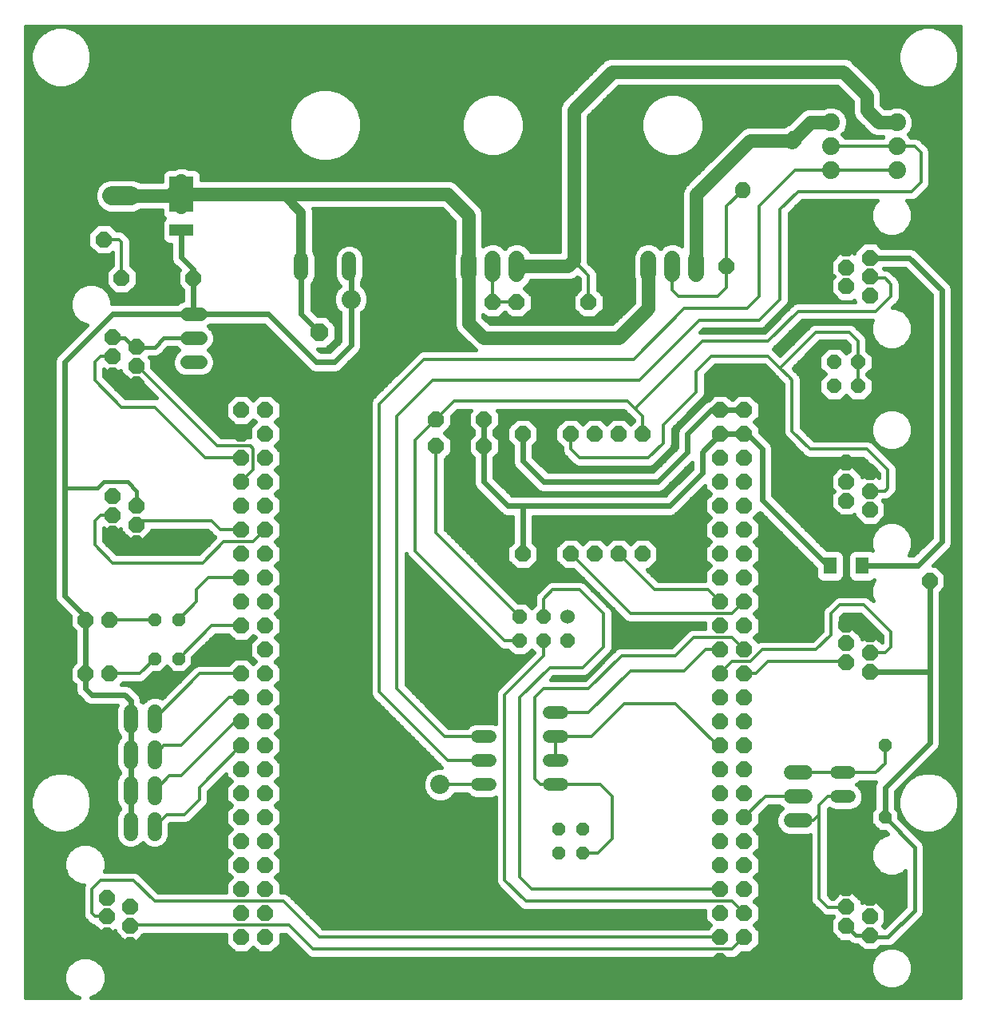
<source format=gbl>
G75*
G70*
%OFA0B0*%
%FSLAX24Y24*%
%IPPOS*%
%LPD*%
%AMOC8*
5,1,8,0,0,1.08239X$1,22.5*
%
%ADD10R,0.0660X0.0660*%
%ADD11OC8,0.0660*%
%ADD12C,0.0600*%
%ADD13OC8,0.0600*%
%ADD14C,0.0520*%
%ADD15C,0.0800*%
%ADD16R,0.0740X0.0740*%
%ADD17C,0.0740*%
%ADD18OC8,0.0520*%
%ADD19C,0.0600*%
%ADD20C,0.0787*%
%ADD21OC8,0.0750*%
%ADD22C,0.0660*%
%ADD23C,0.0132*%
%ADD24R,0.1000X0.0500*%
%ADD25R,0.0551X0.0709*%
%ADD26C,0.0560*%
%ADD27OC8,0.0560*%
%ADD28C,0.0160*%
%ADD29C,0.0240*%
%ADD30C,0.0120*%
%ADD31C,0.0700*%
%ADD32C,0.0400*%
D10*
X013180Y028333D03*
D11*
X013180Y027333D03*
X013180Y026333D03*
X013180Y025333D03*
X014180Y025333D03*
X014180Y026333D03*
X014180Y027333D03*
X014180Y028333D03*
X014180Y024333D03*
X014180Y023333D03*
X014180Y022333D03*
X014180Y021333D03*
X014180Y020333D03*
X013180Y020333D03*
X013180Y021333D03*
X013180Y022333D03*
X013180Y023333D03*
X013180Y024333D03*
X008789Y023352D03*
X008789Y022565D03*
X008789Y021777D03*
X007805Y022171D03*
X007805Y022958D03*
X007805Y023746D03*
X008789Y028402D03*
X008789Y029190D03*
X008789Y029977D03*
X007805Y030371D03*
X007805Y029583D03*
X007805Y028796D03*
X008180Y032833D03*
X007430Y034458D03*
X006430Y034458D03*
X011180Y032833D03*
X020680Y031833D03*
X023680Y031833D03*
X024680Y031833D03*
X027680Y031833D03*
X023305Y026958D03*
X023305Y025833D03*
X024930Y026333D03*
X025930Y026333D03*
X026930Y026333D03*
X027930Y026333D03*
X028930Y026333D03*
X029930Y026333D03*
X033180Y026333D03*
X033180Y025333D03*
X034180Y025333D03*
X034180Y026333D03*
X034180Y027333D03*
X033180Y027333D03*
X033180Y028333D03*
X034180Y028333D03*
X034180Y024333D03*
X034180Y023333D03*
X034180Y022333D03*
X034180Y021333D03*
X034180Y020333D03*
X033180Y020333D03*
X033180Y021333D03*
X033180Y022333D03*
X033180Y023333D03*
X033180Y024333D03*
X029930Y021333D03*
X028930Y021333D03*
X027930Y021333D03*
X026930Y021333D03*
X025930Y021333D03*
X024930Y021333D03*
X021305Y025833D03*
X021305Y026958D03*
X014180Y019333D03*
X014180Y018333D03*
X014180Y017333D03*
X014180Y016333D03*
X014180Y015333D03*
X013180Y015333D03*
X013180Y016333D03*
X013180Y017333D03*
X013180Y018333D03*
X013180Y019333D03*
X013180Y014333D03*
X013180Y013333D03*
X013180Y012333D03*
X013180Y011333D03*
X014180Y011333D03*
X014180Y012333D03*
X014180Y013333D03*
X014180Y014333D03*
X014180Y010333D03*
X014180Y009333D03*
X014180Y008333D03*
X014180Y007333D03*
X014180Y006333D03*
X013180Y006333D03*
X013180Y007333D03*
X013180Y008333D03*
X013180Y009333D03*
X013180Y010333D03*
X008539Y006602D03*
X008539Y005815D03*
X008539Y005027D03*
X007555Y005421D03*
X007555Y006208D03*
X007555Y006996D03*
X013180Y005333D03*
X013180Y004333D03*
X014180Y004333D03*
X014180Y005333D03*
X007680Y016333D03*
X006680Y016333D03*
X006680Y018583D03*
X007680Y018583D03*
X033180Y018333D03*
X033180Y017333D03*
X033180Y016333D03*
X033180Y015333D03*
X034180Y015333D03*
X034180Y016333D03*
X034180Y017333D03*
X034180Y018333D03*
X034180Y019333D03*
X033180Y019333D03*
X033180Y014333D03*
X033180Y013333D03*
X033180Y012333D03*
X033180Y011333D03*
X034180Y011333D03*
X034180Y012333D03*
X034180Y013333D03*
X034180Y014333D03*
X034180Y010333D03*
X034180Y009333D03*
X034180Y008333D03*
X034180Y007333D03*
X034180Y006333D03*
X033180Y006333D03*
X033180Y007333D03*
X033180Y008333D03*
X033180Y009333D03*
X033180Y010333D03*
X033180Y005333D03*
X033180Y004333D03*
X034180Y004333D03*
X034180Y005333D03*
X038446Y005815D03*
X038446Y006602D03*
X038446Y007389D03*
X039430Y006996D03*
X039430Y006208D03*
X039430Y005421D03*
X039430Y016421D03*
X039430Y017208D03*
X039430Y017996D03*
X038446Y018389D03*
X038446Y017602D03*
X038446Y016815D03*
X041930Y020208D03*
X039430Y023171D03*
X039430Y023958D03*
X039430Y024746D03*
X038446Y025139D03*
X038446Y024352D03*
X038446Y023565D03*
X039430Y032115D03*
X039430Y032902D03*
X039430Y033690D03*
X038446Y034083D03*
X038446Y033296D03*
X038446Y032508D03*
X036430Y033333D03*
X033430Y033333D03*
D12*
X039930Y029333D03*
X026805Y018708D03*
D13*
X026805Y017708D03*
X025805Y017708D03*
X024805Y017708D03*
X024805Y018708D03*
X025805Y018708D03*
X037930Y028333D03*
X038930Y028333D03*
X039930Y028333D03*
X038930Y029333D03*
X037930Y029333D03*
D14*
X026565Y014708D02*
X026045Y014708D01*
X026045Y013708D02*
X026565Y013708D01*
X026565Y012708D02*
X026045Y012708D01*
X026045Y011708D02*
X026565Y011708D01*
X023565Y011708D02*
X023045Y011708D01*
X023045Y012708D02*
X023565Y012708D01*
X023565Y013708D02*
X023045Y013708D01*
X023045Y014708D02*
X023565Y014708D01*
X038045Y012208D02*
X038565Y012208D01*
X038565Y011208D02*
X038045Y011208D01*
X038045Y010208D02*
X038565Y010208D01*
D15*
X021480Y011708D03*
X020380Y011708D03*
X018855Y031958D03*
X017755Y031958D03*
D16*
X037805Y040333D03*
X040555Y040333D03*
D17*
X040555Y039333D03*
X040555Y038333D03*
X040555Y037333D03*
X037805Y037333D03*
X037805Y038333D03*
X037805Y039333D03*
D18*
X010555Y018583D03*
X009555Y018583D03*
X009555Y016958D03*
X010555Y016958D03*
X040055Y013333D03*
X040055Y010333D03*
D19*
X036730Y010208D02*
X036130Y010208D01*
X036130Y011208D02*
X036730Y011208D01*
X036730Y012208D02*
X036130Y012208D01*
X017680Y033033D02*
X017680Y033633D01*
X016680Y033633D02*
X016680Y033033D01*
X015680Y033033D02*
X015680Y033633D01*
X009555Y014758D02*
X009555Y014158D01*
X009555Y013258D02*
X009555Y012658D01*
X009555Y011758D02*
X009555Y011158D01*
X009555Y010258D02*
X009555Y009658D01*
X008555Y009658D02*
X008555Y010258D01*
X008555Y011158D02*
X008555Y011758D01*
X008555Y012658D02*
X008555Y013258D01*
X008555Y014158D02*
X008555Y014758D01*
X007555Y014758D02*
X007555Y014158D01*
X007555Y013258D02*
X007555Y012658D01*
X007555Y011758D02*
X007555Y011158D01*
X007555Y010258D02*
X007555Y009658D01*
D20*
X007771Y036275D02*
X008558Y036275D01*
X008558Y038756D02*
X007771Y038756D01*
X006196Y037850D02*
X006196Y037063D01*
D21*
X016430Y030583D03*
X019430Y030583D03*
D22*
X022680Y033003D02*
X022680Y033663D01*
X023680Y033663D02*
X023680Y033003D01*
X024680Y033003D02*
X024680Y033663D01*
X030180Y033663D02*
X030180Y033003D01*
X031180Y033003D02*
X031180Y033663D01*
X032180Y033663D02*
X032180Y033003D01*
X010680Y035833D02*
X010680Y036083D01*
X010488Y036275D01*
X010305Y036275D01*
X010363Y036333D01*
X010680Y036083D02*
X010680Y036833D01*
D23*
X033922Y036480D02*
X033856Y036414D01*
X033856Y036632D01*
X034010Y036786D01*
X034228Y036786D01*
X034382Y036632D01*
X034382Y036414D01*
X034228Y036260D01*
X034010Y036260D01*
X033856Y036414D01*
X033955Y036455D01*
X033955Y036591D01*
X034051Y036687D01*
X034187Y036687D01*
X034283Y036591D01*
X034283Y036455D01*
X034187Y036359D01*
X034051Y036359D01*
X033955Y036455D01*
X034054Y036496D01*
X034054Y036550D01*
X034092Y036588D01*
X034146Y036588D01*
X034184Y036550D01*
X034184Y036496D01*
X034146Y036458D01*
X034092Y036458D01*
X034054Y036496D01*
X036044Y038601D02*
X035978Y038535D01*
X035978Y038753D01*
X036132Y038907D01*
X036350Y038907D01*
X036504Y038753D01*
X036504Y038535D01*
X036350Y038381D01*
X036132Y038381D01*
X035978Y038535D01*
X036077Y038576D01*
X036077Y038712D01*
X036173Y038808D01*
X036309Y038808D01*
X036405Y038712D01*
X036405Y038576D01*
X036309Y038480D01*
X036173Y038480D01*
X036077Y038576D01*
X036176Y038617D01*
X036176Y038671D01*
X036214Y038709D01*
X036268Y038709D01*
X036306Y038671D01*
X036306Y038617D01*
X036268Y038579D01*
X036214Y038579D01*
X036176Y038617D01*
D24*
X010680Y036833D03*
X010680Y035833D03*
X010680Y034833D03*
D25*
X037761Y020833D03*
X039099Y020833D03*
D26*
X028930Y030333D02*
X023305Y030333D01*
X022680Y030958D01*
X022680Y033333D01*
X022680Y035458D01*
X021805Y036333D01*
X014930Y036333D01*
X010363Y036333D01*
X010305Y036275D02*
X008164Y036275D01*
X010900Y031333D02*
X011460Y031333D01*
X011460Y030333D02*
X010900Y030333D01*
X010900Y029333D02*
X011460Y029333D01*
X024680Y033333D02*
X025680Y033333D01*
X026805Y033333D01*
X026993Y033521D01*
X027055Y033583D01*
X027055Y039708D01*
X027055Y039833D01*
X028680Y041458D01*
X038305Y041458D01*
X038430Y041333D01*
X039305Y040458D01*
X039305Y039833D01*
X039805Y039333D01*
X040555Y039333D01*
X037805Y039333D02*
X036930Y039333D01*
X036555Y038958D01*
X036241Y038644D01*
X036180Y038583D02*
X034430Y038583D01*
X032180Y036333D01*
X032180Y033333D01*
X030180Y033333D02*
X030180Y031583D01*
X028930Y030333D01*
D27*
X027430Y009833D03*
X027430Y008833D03*
X026430Y008833D03*
X026430Y009833D03*
D28*
X004160Y002813D02*
X004160Y043349D01*
X043195Y043349D01*
X043195Y002813D01*
X006914Y002813D01*
X007144Y002909D01*
X007390Y003154D01*
X007523Y003475D01*
X007523Y003823D01*
X007390Y004144D01*
X007144Y004390D01*
X006823Y004523D01*
X006476Y004523D01*
X006155Y004390D01*
X005909Y004144D01*
X005776Y003823D01*
X005776Y003475D01*
X005909Y003154D01*
X006155Y002909D01*
X006385Y002813D01*
X004160Y002813D01*
X004160Y002869D02*
X006249Y002869D01*
X006035Y003028D02*
X004160Y003028D01*
X004160Y003186D02*
X005896Y003186D01*
X005830Y003345D02*
X004160Y003345D01*
X004160Y003503D02*
X005776Y003503D01*
X005776Y003662D02*
X004160Y003662D01*
X004160Y003820D02*
X005776Y003820D01*
X005840Y003979D02*
X004160Y003979D01*
X004160Y004137D02*
X005906Y004137D01*
X006060Y004296D02*
X004160Y004296D01*
X004160Y004454D02*
X006310Y004454D01*
X006989Y004454D02*
X016102Y004454D01*
X016104Y004453D02*
X033756Y004453D01*
X033895Y004511D01*
X034002Y004618D01*
X034067Y004683D01*
X034449Y004683D01*
X034830Y005064D01*
X034830Y005603D01*
X034599Y005833D01*
X034830Y006064D01*
X034830Y006603D01*
X034599Y006833D01*
X034830Y007064D01*
X034830Y007603D01*
X034599Y007833D01*
X034830Y008064D01*
X034830Y008603D01*
X034599Y008833D01*
X034830Y009064D01*
X034830Y009603D01*
X034599Y009833D01*
X034830Y010064D01*
X034830Y010446D01*
X035212Y010828D01*
X035633Y010828D01*
X035753Y010708D01*
X035604Y010559D01*
X035510Y010332D01*
X035510Y010085D01*
X035604Y009857D01*
X035779Y009683D01*
X036007Y009588D01*
X036853Y009588D01*
X036925Y009618D01*
X036925Y006883D01*
X036983Y006743D01*
X037358Y006368D01*
X037465Y006261D01*
X037604Y006203D01*
X037915Y006203D01*
X037796Y006084D01*
X037796Y005545D01*
X038177Y005165D01*
X038530Y005165D01*
X038613Y005082D01*
X038760Y005021D01*
X038911Y005021D01*
X039161Y004771D01*
X039699Y004771D01*
X039862Y004933D01*
X040260Y004933D01*
X040407Y004994D01*
X040519Y005107D01*
X041532Y006119D01*
X041644Y006232D01*
X041705Y006379D01*
X041705Y009163D01*
X041644Y009310D01*
X040635Y010319D01*
X040635Y010574D01*
X040495Y010714D01*
X040495Y011401D01*
X042179Y013085D01*
X042179Y013085D01*
X042303Y013209D01*
X042370Y013371D01*
X042370Y019729D01*
X042580Y019939D01*
X042580Y020478D01*
X042199Y020858D01*
X042077Y020858D01*
X042679Y021460D01*
X042803Y021584D01*
X042870Y021746D01*
X042870Y032421D01*
X042803Y032583D01*
X042679Y032706D01*
X041323Y034063D01*
X041161Y034130D01*
X039909Y034130D01*
X039699Y034340D01*
X039161Y034340D01*
X038780Y033959D01*
X038780Y033881D01*
X038715Y033946D01*
X038177Y033946D01*
X037796Y033565D01*
X037796Y033027D01*
X037920Y032902D01*
X037796Y032778D01*
X037796Y032239D01*
X038177Y031858D01*
X038715Y031858D01*
X038780Y031923D01*
X038780Y031846D01*
X038787Y031838D01*
X036354Y031838D01*
X036215Y031780D01*
X035023Y030588D01*
X032354Y030588D01*
X032342Y030583D01*
X032462Y030703D01*
X034881Y030703D01*
X035020Y030761D01*
X035127Y030868D01*
X036002Y031743D01*
X036060Y031883D01*
X036060Y035551D01*
X036587Y036078D01*
X039717Y036078D01*
X039595Y035956D01*
X039462Y035635D01*
X039462Y035287D01*
X039595Y034966D01*
X039841Y034721D01*
X040162Y034588D01*
X040509Y034588D01*
X040830Y034721D01*
X041076Y034966D01*
X041209Y035287D01*
X041209Y035635D01*
X041076Y035956D01*
X040954Y036078D01*
X041256Y036078D01*
X041395Y036136D01*
X041502Y036243D01*
X041770Y036511D01*
X041770Y036511D01*
X041877Y036618D01*
X041935Y036758D01*
X041935Y038159D01*
X041877Y038299D01*
X041627Y038549D01*
X041520Y038655D01*
X041381Y038713D01*
X041144Y038713D01*
X041140Y038724D01*
X041031Y038833D01*
X041140Y038942D01*
X041245Y039196D01*
X041245Y039471D01*
X041140Y039724D01*
X040946Y039918D01*
X040692Y040023D01*
X040418Y040023D01*
X040200Y039933D01*
X040054Y039933D01*
X039905Y040082D01*
X039905Y040578D01*
X039814Y040798D01*
X039645Y040967D01*
X038939Y041673D01*
X038814Y041798D01*
X038645Y041967D01*
X038424Y042058D01*
X028561Y042058D01*
X028340Y041967D01*
X026715Y040342D01*
X026546Y040173D01*
X026455Y039953D01*
X026455Y033933D01*
X025272Y033933D01*
X025231Y034031D01*
X025048Y034214D01*
X024809Y034313D01*
X024551Y034313D01*
X024312Y034214D01*
X024180Y034083D01*
X024048Y034214D01*
X023809Y034313D01*
X023551Y034313D01*
X023312Y034214D01*
X023280Y034183D01*
X023280Y035578D01*
X023189Y035798D01*
X022314Y036673D01*
X022145Y036842D01*
X021924Y036933D01*
X011500Y036933D01*
X011500Y037147D01*
X011451Y037265D01*
X011361Y037355D01*
X011244Y037403D01*
X011002Y037403D01*
X010809Y037483D01*
X010551Y037483D01*
X010358Y037403D01*
X010116Y037403D01*
X009999Y037355D01*
X009909Y037265D01*
X009860Y037147D01*
X009860Y036875D01*
X008967Y036875D01*
X008962Y036880D01*
X008700Y036989D01*
X007629Y036989D01*
X007366Y036880D01*
X007166Y036679D01*
X007057Y036417D01*
X007057Y036133D01*
X007166Y035871D01*
X007366Y035670D01*
X007629Y035561D01*
X008700Y035561D01*
X008962Y035670D01*
X008967Y035675D01*
X009860Y035675D01*
X009860Y035520D01*
X004160Y035520D01*
X004160Y035362D02*
X009949Y035362D01*
X009977Y035333D02*
X009909Y035265D01*
X009860Y035147D01*
X009860Y034520D01*
X009909Y034402D01*
X009999Y034312D01*
X010116Y034263D01*
X010240Y034263D01*
X010240Y033621D01*
X010307Y033459D01*
X010597Y033169D01*
X010530Y033103D01*
X010530Y032564D01*
X010740Y032354D01*
X010740Y031916D01*
X010560Y031842D01*
X010491Y031773D01*
X007773Y031773D01*
X007773Y031922D01*
X007640Y032244D01*
X007394Y032489D01*
X007073Y032622D01*
X006726Y032622D01*
X006405Y032489D01*
X006159Y032244D01*
X006026Y031922D01*
X006026Y031575D01*
X006159Y031254D01*
X006405Y031008D01*
X006725Y030875D01*
X005556Y029706D01*
X005432Y029583D01*
X005365Y029421D01*
X005365Y019496D01*
X005432Y019334D01*
X006030Y018736D01*
X006030Y018314D01*
X006240Y018104D01*
X006240Y016813D01*
X006030Y016603D01*
X006030Y016064D01*
X006240Y015854D01*
X006240Y015621D01*
X006307Y015459D01*
X006431Y015335D01*
X006681Y015085D01*
X006842Y015018D01*
X007992Y015018D01*
X007935Y014882D01*
X007935Y014035D01*
X008029Y013807D01*
X008115Y013721D01*
X008115Y013695D01*
X008029Y013609D01*
X007935Y013382D01*
X007935Y012535D01*
X008029Y012307D01*
X008115Y012221D01*
X005852Y012221D01*
X005815Y012231D02*
X005482Y012231D01*
X005159Y012144D01*
X004870Y011977D01*
X004634Y011741D01*
X004467Y011452D01*
X004381Y011130D01*
X004381Y010796D01*
X004467Y010474D01*
X004634Y010185D01*
X004870Y009949D01*
X005159Y009782D01*
X005482Y009696D01*
X005815Y009696D01*
X006138Y009782D01*
X006427Y009949D01*
X006663Y010185D01*
X006830Y010474D01*
X006916Y010796D01*
X006916Y011130D01*
X006830Y011452D01*
X006663Y011741D01*
X006427Y011977D01*
X006138Y012144D01*
X005815Y012231D01*
X005445Y012221D02*
X004160Y012221D01*
X004160Y012379D02*
X007999Y012379D01*
X007935Y012538D02*
X004160Y012538D01*
X004160Y012696D02*
X007935Y012696D01*
X007935Y012855D02*
X004160Y012855D01*
X004160Y013013D02*
X007935Y013013D01*
X007935Y013172D02*
X004160Y013172D01*
X004160Y013330D02*
X007935Y013330D01*
X007979Y013489D02*
X004160Y013489D01*
X004160Y013647D02*
X008067Y013647D01*
X008031Y013806D02*
X004160Y013806D01*
X004160Y013964D02*
X007964Y013964D01*
X007935Y014123D02*
X004160Y014123D01*
X004160Y014281D02*
X007935Y014281D01*
X007935Y014440D02*
X004160Y014440D01*
X004160Y014598D02*
X007935Y014598D01*
X007935Y014757D02*
X004160Y014757D01*
X004160Y014915D02*
X007949Y014915D01*
X008164Y015898D02*
X008219Y015953D01*
X009006Y015953D01*
X009145Y016011D01*
X009512Y016378D01*
X009795Y016378D01*
X010055Y016638D01*
X010315Y016378D01*
X010795Y016378D01*
X011135Y016718D01*
X011135Y017001D01*
X012087Y017953D01*
X012641Y017953D01*
X012911Y017683D01*
X013449Y017683D01*
X013680Y017914D01*
X013761Y017833D01*
X013530Y017603D01*
X013530Y017064D01*
X013761Y016833D01*
X013680Y016753D01*
X013449Y016983D01*
X012911Y016983D01*
X012641Y016713D01*
X011354Y016713D01*
X011215Y016655D01*
X009862Y015302D01*
X009678Y015378D01*
X009432Y015378D01*
X009204Y015284D01*
X009055Y015135D01*
X008995Y015195D01*
X008995Y015296D01*
X008928Y015458D01*
X008804Y015581D01*
X008554Y015831D01*
X008393Y015898D01*
X008164Y015898D01*
X008470Y015866D02*
X010426Y015866D01*
X010584Y016025D02*
X009159Y016025D01*
X009317Y016183D02*
X010743Y016183D01*
X010901Y016342D02*
X009476Y016342D01*
X009917Y016500D02*
X010193Y016500D01*
X010917Y016500D02*
X011060Y016500D01*
X011076Y016659D02*
X011223Y016659D01*
X011135Y016817D02*
X012745Y016817D01*
X012903Y016976D02*
X011135Y016976D01*
X011268Y017134D02*
X013530Y017134D01*
X013530Y017293D02*
X011427Y017293D01*
X011585Y017451D02*
X013530Y017451D01*
X013537Y017610D02*
X011744Y017610D01*
X011902Y017768D02*
X012826Y017768D01*
X012667Y017927D02*
X012061Y017927D01*
X013534Y017768D02*
X013696Y017768D01*
X013618Y016976D02*
X013457Y016976D01*
X013615Y016817D02*
X013745Y016817D01*
X014599Y016833D02*
X014830Y017064D01*
X014830Y017603D01*
X014599Y017833D01*
X014830Y018064D01*
X014830Y018603D01*
X014599Y018833D01*
X014830Y019064D01*
X014830Y019603D01*
X014599Y019833D01*
X014830Y020064D01*
X014830Y020603D01*
X014599Y020833D01*
X014830Y021064D01*
X014830Y021603D01*
X014599Y021833D01*
X014830Y022064D01*
X014830Y022603D01*
X014599Y022833D01*
X014830Y023064D01*
X014830Y023603D01*
X014599Y023833D01*
X014830Y024064D01*
X014830Y024603D01*
X014599Y024833D01*
X014830Y025064D01*
X014830Y025603D01*
X014599Y025833D01*
X014830Y026064D01*
X014830Y026603D01*
X014599Y026833D01*
X014830Y027064D01*
X014830Y027603D01*
X014449Y027983D01*
X013911Y027983D01*
X013680Y027753D01*
X013449Y027983D01*
X012911Y027983D01*
X012530Y027603D01*
X012530Y027064D01*
X012911Y026683D01*
X013449Y026683D01*
X013680Y026914D01*
X013761Y026833D01*
X013530Y026603D01*
X013530Y026213D01*
X012337Y026213D01*
X009439Y029111D01*
X009439Y029459D01*
X009340Y029558D01*
X009635Y029558D01*
X009782Y029619D01*
X009894Y029732D01*
X010096Y029933D01*
X010451Y029933D01*
X010551Y029833D01*
X010391Y029673D01*
X010300Y029453D01*
X010300Y029214D01*
X010391Y028993D01*
X010560Y028825D01*
X010781Y028733D01*
X011579Y028733D01*
X011800Y028825D01*
X011969Y028993D01*
X012060Y029214D01*
X012060Y029453D01*
X011969Y029673D01*
X011809Y029833D01*
X011969Y029993D01*
X012060Y030214D01*
X012060Y030453D01*
X011969Y030673D01*
X011809Y030833D01*
X011869Y030893D01*
X014123Y030893D01*
X016056Y028960D01*
X016217Y028893D01*
X017143Y028893D01*
X017304Y028960D01*
X017428Y029084D01*
X018128Y029784D01*
X018195Y029946D01*
X018195Y031380D01*
X018365Y031550D01*
X018475Y031815D01*
X018475Y032101D01*
X018365Y032366D01*
X018195Y032537D01*
X018195Y032671D01*
X018206Y032682D01*
X018300Y032910D01*
X018300Y033757D01*
X018206Y033984D01*
X018031Y034159D01*
X017803Y034253D01*
X017557Y034253D01*
X017329Y034159D01*
X017154Y033984D01*
X017060Y033757D01*
X017060Y032910D01*
X017154Y032682D01*
X017307Y032529D01*
X017145Y032366D01*
X017035Y032101D01*
X017035Y031815D01*
X017145Y031550D01*
X017315Y031380D01*
X017315Y030216D01*
X016873Y029773D01*
X016487Y029773D01*
X016372Y029888D01*
X016718Y029888D01*
X017125Y030295D01*
X017125Y030871D01*
X016718Y031278D01*
X016357Y031278D01*
X016120Y031516D01*
X016120Y032596D01*
X016206Y032682D01*
X016300Y032910D01*
X016300Y033757D01*
X016206Y033984D01*
X016200Y033990D01*
X016200Y035687D01*
X016181Y035733D01*
X021556Y035733D01*
X022080Y035210D01*
X022080Y033913D01*
X022030Y033793D01*
X022030Y032874D01*
X022080Y032753D01*
X022080Y030839D01*
X022171Y030618D01*
X022340Y030450D01*
X022951Y029838D01*
X020729Y029838D01*
X020590Y029780D01*
X018715Y027905D01*
X018608Y027799D01*
X018550Y027659D01*
X018550Y015508D01*
X018608Y015368D01*
X018715Y015261D01*
X021548Y012428D01*
X021337Y012428D01*
X021072Y012319D01*
X020870Y012116D01*
X020760Y011851D01*
X020760Y011565D01*
X020870Y011300D01*
X021072Y011098D01*
X021337Y010988D01*
X021623Y010988D01*
X021888Y011098D01*
X022090Y011300D01*
X022102Y011328D01*
X022605Y011328D01*
X022716Y011217D01*
X022930Y011128D01*
X023680Y011128D01*
X023800Y011178D01*
X023800Y007633D01*
X023858Y007493D01*
X023965Y007386D01*
X024840Y006511D01*
X024979Y006453D01*
X032530Y006453D01*
X032530Y006064D01*
X032761Y005833D01*
X032641Y005713D01*
X016587Y005713D01*
X015252Y007049D01*
X015145Y007155D01*
X015006Y007213D01*
X014830Y007213D01*
X014830Y007603D01*
X014599Y007833D01*
X014830Y008064D01*
X014830Y008603D01*
X014599Y008833D01*
X014830Y009064D01*
X014830Y009603D01*
X014599Y009833D01*
X014830Y010064D01*
X014830Y010603D01*
X014599Y010833D01*
X014830Y011064D01*
X014830Y011603D01*
X014599Y011833D01*
X014830Y012064D01*
X014830Y012603D01*
X014599Y012833D01*
X014830Y013064D01*
X014830Y013603D01*
X014599Y013833D01*
X014830Y014064D01*
X014830Y014603D01*
X014599Y014833D01*
X014830Y015064D01*
X014830Y015603D01*
X014599Y015833D01*
X014830Y016064D01*
X014830Y016603D01*
X014599Y016833D01*
X014615Y016817D02*
X018550Y016817D01*
X018550Y016659D02*
X014774Y016659D01*
X014830Y016500D02*
X018550Y016500D01*
X018550Y016342D02*
X014830Y016342D01*
X014830Y016183D02*
X018550Y016183D01*
X018550Y016025D02*
X014791Y016025D01*
X014632Y015866D02*
X018550Y015866D01*
X018550Y015708D02*
X014725Y015708D01*
X014830Y015549D02*
X018550Y015549D01*
X018598Y015391D02*
X014830Y015391D01*
X014830Y015232D02*
X018744Y015232D01*
X018715Y015261D02*
X018715Y015261D01*
X018902Y015074D02*
X014830Y015074D01*
X014681Y014915D02*
X019061Y014915D01*
X019219Y014757D02*
X014676Y014757D01*
X014830Y014598D02*
X019378Y014598D01*
X019536Y014440D02*
X014830Y014440D01*
X014830Y014281D02*
X019695Y014281D01*
X019853Y014123D02*
X014830Y014123D01*
X014730Y013964D02*
X020012Y013964D01*
X020170Y013806D02*
X014627Y013806D01*
X014785Y013647D02*
X020329Y013647D01*
X020487Y013489D02*
X014830Y013489D01*
X014830Y013330D02*
X020646Y013330D01*
X020804Y013172D02*
X014830Y013172D01*
X014779Y013013D02*
X020963Y013013D01*
X021121Y012855D02*
X014621Y012855D01*
X014736Y012696D02*
X021280Y012696D01*
X021438Y012538D02*
X014830Y012538D01*
X014830Y012379D02*
X021219Y012379D01*
X020974Y012221D02*
X014830Y012221D01*
X014828Y012062D02*
X020847Y012062D01*
X020782Y011904D02*
X014670Y011904D01*
X014687Y011745D02*
X020760Y011745D01*
X020760Y011587D02*
X014830Y011587D01*
X014830Y011428D02*
X020817Y011428D01*
X020900Y011270D02*
X014830Y011270D01*
X014830Y011111D02*
X021059Y011111D01*
X021901Y011111D02*
X023800Y011111D01*
X023800Y010953D02*
X014719Y010953D01*
X014638Y010794D02*
X023800Y010794D01*
X023800Y010636D02*
X014797Y010636D01*
X014830Y010477D02*
X023800Y010477D01*
X023800Y010319D02*
X014830Y010319D01*
X014830Y010160D02*
X023800Y010160D01*
X023800Y010002D02*
X014768Y010002D01*
X014609Y009843D02*
X023800Y009843D01*
X023800Y009685D02*
X014748Y009685D01*
X014830Y009526D02*
X023800Y009526D01*
X023800Y009368D02*
X014830Y009368D01*
X014830Y009209D02*
X023800Y009209D01*
X023800Y009051D02*
X014817Y009051D01*
X014658Y008892D02*
X023800Y008892D01*
X023800Y008734D02*
X014699Y008734D01*
X014830Y008575D02*
X023800Y008575D01*
X023800Y008417D02*
X014830Y008417D01*
X014830Y008258D02*
X023800Y008258D01*
X023800Y008100D02*
X014830Y008100D01*
X014707Y007941D02*
X023800Y007941D01*
X023800Y007783D02*
X014650Y007783D01*
X014808Y007624D02*
X023803Y007624D01*
X023885Y007466D02*
X014830Y007466D01*
X014830Y007307D02*
X024044Y007307D01*
X024202Y007149D02*
X015152Y007149D01*
X015310Y006990D02*
X024361Y006990D01*
X024519Y006832D02*
X015469Y006832D01*
X015627Y006673D02*
X024678Y006673D01*
X024836Y006515D02*
X015786Y006515D01*
X015944Y006356D02*
X032530Y006356D01*
X032530Y006198D02*
X016103Y006198D01*
X016261Y006039D02*
X032555Y006039D01*
X032713Y005881D02*
X016420Y005881D01*
X016578Y005722D02*
X032650Y005722D01*
X033758Y004454D02*
X039560Y004454D01*
X039595Y004538D02*
X039462Y004217D01*
X039462Y003869D01*
X039595Y003548D01*
X039841Y003302D01*
X040162Y003169D01*
X040509Y003169D01*
X040830Y003302D01*
X041076Y003548D01*
X041209Y003869D01*
X041209Y004217D01*
X041076Y004538D01*
X040830Y004784D01*
X040509Y004917D01*
X040162Y004917D01*
X039841Y004784D01*
X039595Y004538D01*
X039670Y004613D02*
X033997Y004613D01*
X034537Y004771D02*
X039160Y004771D01*
X039002Y004930D02*
X034696Y004930D01*
X034830Y005088D02*
X038606Y005088D01*
X038839Y005421D02*
X038446Y005815D01*
X038839Y005421D02*
X039430Y005421D01*
X039518Y005333D01*
X040180Y005333D01*
X041305Y006458D01*
X041305Y009083D01*
X040055Y010333D01*
X040069Y009753D02*
X040182Y009641D01*
X040162Y009641D01*
X039841Y009508D01*
X039595Y009262D01*
X039462Y008941D01*
X039462Y008594D01*
X039595Y008272D01*
X039841Y008027D01*
X040162Y007894D01*
X040509Y007894D01*
X040830Y008027D01*
X040905Y008101D01*
X040905Y006624D01*
X040026Y005745D01*
X039956Y005815D01*
X040080Y005939D01*
X040080Y006478D01*
X039699Y006858D01*
X039161Y006858D01*
X039096Y006793D01*
X039096Y006871D01*
X038715Y007252D01*
X038177Y007252D01*
X037888Y006963D01*
X037837Y006963D01*
X037685Y007116D01*
X037685Y010676D01*
X037723Y010714D01*
X037930Y010628D01*
X038680Y010628D01*
X038894Y010717D01*
X039057Y010880D01*
X039145Y011093D01*
X039145Y011324D01*
X039057Y011537D01*
X038894Y011700D01*
X038874Y011708D01*
X038894Y011717D01*
X039005Y011828D01*
X039680Y011828D01*
X039615Y011671D01*
X039615Y010714D01*
X039475Y010574D01*
X039475Y010093D01*
X039815Y009753D01*
X040069Y009753D01*
X040138Y009685D02*
X037685Y009685D01*
X037685Y009843D02*
X039725Y009843D01*
X039566Y010002D02*
X037685Y010002D01*
X037685Y010160D02*
X039475Y010160D01*
X039475Y010319D02*
X037685Y010319D01*
X037685Y010477D02*
X039475Y010477D01*
X039537Y010636D02*
X038699Y010636D01*
X038971Y010794D02*
X039615Y010794D01*
X039615Y010953D02*
X039087Y010953D01*
X039145Y011111D02*
X039615Y011111D01*
X039615Y011270D02*
X039145Y011270D01*
X039102Y011428D02*
X039615Y011428D01*
X039615Y011587D02*
X039007Y011587D01*
X038922Y011745D02*
X039646Y011745D01*
X040522Y011428D02*
X040681Y011428D01*
X040688Y011452D02*
X040602Y011130D01*
X040602Y010796D01*
X040688Y010474D01*
X040855Y010185D01*
X041091Y009949D01*
X041380Y009782D01*
X041702Y009696D01*
X042036Y009696D01*
X042358Y009782D01*
X042647Y009949D01*
X042883Y010185D01*
X043050Y010474D01*
X043136Y010796D01*
X043136Y011130D01*
X043050Y011452D01*
X042883Y011741D01*
X042647Y011977D01*
X042358Y012144D01*
X042036Y012231D01*
X041702Y012231D01*
X041380Y012144D01*
X041091Y011977D01*
X040855Y011741D01*
X040688Y011452D01*
X040681Y011587D02*
X040766Y011587D01*
X040839Y011745D02*
X040859Y011745D01*
X040998Y011904D02*
X041017Y011904D01*
X041156Y012062D02*
X041238Y012062D01*
X041315Y012221D02*
X041666Y012221D01*
X041473Y012379D02*
X043195Y012379D01*
X043195Y012221D02*
X042072Y012221D01*
X042500Y012062D02*
X043195Y012062D01*
X043195Y011904D02*
X042721Y011904D01*
X042879Y011745D02*
X043195Y011745D01*
X043195Y011587D02*
X042972Y011587D01*
X043056Y011428D02*
X043195Y011428D01*
X043195Y011270D02*
X043099Y011270D01*
X043136Y011111D02*
X043195Y011111D01*
X043195Y010953D02*
X043136Y010953D01*
X043136Y010794D02*
X043195Y010794D01*
X043195Y010636D02*
X043093Y010636D01*
X043051Y010477D02*
X043195Y010477D01*
X043195Y010319D02*
X042960Y010319D01*
X042858Y010160D02*
X043195Y010160D01*
X043195Y010002D02*
X042700Y010002D01*
X042464Y009843D02*
X043195Y009843D01*
X043195Y009685D02*
X041269Y009685D01*
X041274Y009843D02*
X041111Y009843D01*
X041038Y010002D02*
X040952Y010002D01*
X040880Y010160D02*
X040794Y010160D01*
X040778Y010319D02*
X040635Y010319D01*
X040635Y010477D02*
X040687Y010477D01*
X040645Y010636D02*
X040573Y010636D01*
X040602Y010794D02*
X040495Y010794D01*
X040495Y010953D02*
X040602Y010953D01*
X040602Y011111D02*
X040495Y011111D01*
X040495Y011270D02*
X040639Y011270D01*
X041632Y012538D02*
X043195Y012538D01*
X043195Y012696D02*
X041790Y012696D01*
X041949Y012855D02*
X043195Y012855D01*
X043195Y013013D02*
X042107Y013013D01*
X042266Y013172D02*
X043195Y013172D01*
X043195Y013330D02*
X042353Y013330D01*
X042370Y013489D02*
X043195Y013489D01*
X043195Y013647D02*
X042370Y013647D01*
X042370Y013806D02*
X043195Y013806D01*
X043195Y013964D02*
X042370Y013964D01*
X042370Y014123D02*
X043195Y014123D01*
X043195Y014281D02*
X042370Y014281D01*
X042370Y014440D02*
X043195Y014440D01*
X043195Y014598D02*
X042370Y014598D01*
X042370Y014757D02*
X043195Y014757D01*
X043195Y014915D02*
X042370Y014915D01*
X042370Y015074D02*
X043195Y015074D01*
X043195Y015232D02*
X042370Y015232D01*
X042370Y015391D02*
X043195Y015391D01*
X043195Y015549D02*
X042370Y015549D01*
X042370Y015708D02*
X043195Y015708D01*
X043195Y015866D02*
X042370Y015866D01*
X042370Y016025D02*
X043195Y016025D01*
X043195Y016183D02*
X042370Y016183D01*
X042370Y016342D02*
X043195Y016342D01*
X043195Y016500D02*
X042370Y016500D01*
X042370Y016659D02*
X043195Y016659D01*
X043195Y016817D02*
X042370Y016817D01*
X042370Y016976D02*
X043195Y016976D01*
X043195Y017134D02*
X042370Y017134D01*
X042370Y017293D02*
X043195Y017293D01*
X043195Y017451D02*
X042370Y017451D01*
X042370Y017610D02*
X043195Y017610D01*
X043195Y017768D02*
X042370Y017768D01*
X042370Y017927D02*
X043195Y017927D01*
X043195Y018085D02*
X042370Y018085D01*
X042370Y018244D02*
X043195Y018244D01*
X043195Y018402D02*
X042370Y018402D01*
X042370Y018561D02*
X043195Y018561D01*
X043195Y018719D02*
X042370Y018719D01*
X042370Y018878D02*
X043195Y018878D01*
X043195Y019036D02*
X042370Y019036D01*
X042370Y019195D02*
X043195Y019195D01*
X043195Y019353D02*
X042370Y019353D01*
X042370Y019512D02*
X043195Y019512D01*
X043195Y019670D02*
X042370Y019670D01*
X042470Y019829D02*
X043195Y019829D01*
X043195Y019987D02*
X042580Y019987D01*
X042580Y020146D02*
X043195Y020146D01*
X043195Y020304D02*
X042580Y020304D01*
X042580Y020463D02*
X043195Y020463D01*
X043195Y020621D02*
X042436Y020621D01*
X042278Y020780D02*
X043195Y020780D01*
X043195Y020938D02*
X042157Y020938D01*
X042316Y021097D02*
X043195Y021097D01*
X043195Y021255D02*
X042474Y021255D01*
X042633Y021414D02*
X043195Y021414D01*
X043195Y021572D02*
X042791Y021572D01*
X042864Y021731D02*
X043195Y021731D01*
X043195Y021889D02*
X042870Y021889D01*
X042870Y022048D02*
X043195Y022048D01*
X043195Y022206D02*
X042870Y022206D01*
X042870Y022365D02*
X043195Y022365D01*
X043195Y022523D02*
X042870Y022523D01*
X042870Y022682D02*
X043195Y022682D01*
X043195Y022840D02*
X042870Y022840D01*
X042870Y022999D02*
X043195Y022999D01*
X043195Y023157D02*
X042870Y023157D01*
X042870Y023316D02*
X043195Y023316D01*
X043195Y023474D02*
X042870Y023474D01*
X042870Y023633D02*
X043195Y023633D01*
X043195Y023791D02*
X042870Y023791D01*
X042870Y023950D02*
X043195Y023950D01*
X043195Y024108D02*
X042870Y024108D01*
X042870Y024267D02*
X043195Y024267D01*
X043195Y024425D02*
X042870Y024425D01*
X042870Y024584D02*
X043195Y024584D01*
X043195Y024742D02*
X042870Y024742D01*
X042870Y024901D02*
X043195Y024901D01*
X043195Y025059D02*
X042870Y025059D01*
X042870Y025218D02*
X043195Y025218D01*
X043195Y025376D02*
X042870Y025376D01*
X042870Y025535D02*
X043195Y025535D01*
X043195Y025693D02*
X042870Y025693D01*
X042870Y025852D02*
X043195Y025852D01*
X043195Y026010D02*
X042870Y026010D01*
X042870Y026169D02*
X043195Y026169D01*
X043195Y026327D02*
X042870Y026327D01*
X042870Y026486D02*
X043195Y026486D01*
X043195Y026644D02*
X042870Y026644D01*
X042870Y026803D02*
X043195Y026803D01*
X043195Y026961D02*
X042870Y026961D01*
X042870Y027120D02*
X043195Y027120D01*
X043195Y027278D02*
X042870Y027278D01*
X042870Y027437D02*
X043195Y027437D01*
X043195Y027595D02*
X042870Y027595D01*
X042870Y027754D02*
X043195Y027754D01*
X043195Y027912D02*
X042870Y027912D01*
X042870Y028071D02*
X043195Y028071D01*
X043195Y028229D02*
X042870Y028229D01*
X042870Y028388D02*
X043195Y028388D01*
X043195Y028546D02*
X042870Y028546D01*
X042870Y028705D02*
X043195Y028705D01*
X043195Y028863D02*
X042870Y028863D01*
X042870Y029022D02*
X043195Y029022D01*
X043195Y029180D02*
X042870Y029180D01*
X042870Y029339D02*
X043195Y029339D01*
X043195Y029497D02*
X042870Y029497D01*
X042870Y029656D02*
X043195Y029656D01*
X043195Y029814D02*
X042870Y029814D01*
X042870Y029973D02*
X043195Y029973D01*
X043195Y030131D02*
X042870Y030131D01*
X042870Y030290D02*
X043195Y030290D01*
X043195Y030448D02*
X042870Y030448D01*
X042870Y030607D02*
X043195Y030607D01*
X043195Y030765D02*
X042870Y030765D01*
X042870Y030924D02*
X043195Y030924D01*
X043195Y031082D02*
X042870Y031082D01*
X042870Y031241D02*
X043195Y031241D01*
X043195Y031399D02*
X042870Y031399D01*
X042870Y031558D02*
X043195Y031558D01*
X043195Y031716D02*
X042870Y031716D01*
X042870Y031875D02*
X043195Y031875D01*
X043195Y032033D02*
X042870Y032033D01*
X042870Y032192D02*
X043195Y032192D01*
X043195Y032350D02*
X042870Y032350D01*
X042834Y032509D02*
X043195Y032509D01*
X043195Y032667D02*
X042718Y032667D01*
X042560Y032826D02*
X043195Y032826D01*
X043195Y032984D02*
X042401Y032984D01*
X042243Y033143D02*
X043195Y033143D01*
X043195Y033301D02*
X042084Y033301D01*
X041926Y033460D02*
X043195Y033460D01*
X043195Y033618D02*
X041767Y033618D01*
X041609Y033777D02*
X043195Y033777D01*
X043195Y033935D02*
X041450Y033935D01*
X041248Y034094D02*
X043195Y034094D01*
X043195Y034252D02*
X039786Y034252D01*
X039833Y034728D02*
X036060Y034728D01*
X036060Y034886D02*
X039675Y034886D01*
X039562Y035045D02*
X036060Y035045D01*
X036060Y035203D02*
X039497Y035203D01*
X039462Y035362D02*
X036060Y035362D01*
X036060Y035520D02*
X039462Y035520D01*
X039480Y035679D02*
X036188Y035679D01*
X036346Y035837D02*
X039546Y035837D01*
X039635Y035996D02*
X036505Y035996D01*
X036060Y034569D02*
X043195Y034569D01*
X043195Y034411D02*
X036060Y034411D01*
X036060Y034252D02*
X039074Y034252D01*
X038915Y034094D02*
X036060Y034094D01*
X036060Y033935D02*
X038166Y033935D01*
X038007Y033777D02*
X036060Y033777D01*
X036060Y033618D02*
X037849Y033618D01*
X037796Y033460D02*
X036060Y033460D01*
X036060Y033301D02*
X037796Y033301D01*
X037796Y033143D02*
X036060Y033143D01*
X036060Y032984D02*
X037838Y032984D01*
X037844Y032826D02*
X036060Y032826D01*
X036060Y032667D02*
X037796Y032667D01*
X037796Y032509D02*
X036060Y032509D01*
X036060Y032350D02*
X037796Y032350D01*
X037843Y032192D02*
X036060Y032192D01*
X036060Y032033D02*
X038002Y032033D01*
X038160Y031875D02*
X036057Y031875D01*
X035975Y031716D02*
X036151Y031716D01*
X035992Y031558D02*
X035817Y031558D01*
X035834Y031399D02*
X035658Y031399D01*
X035675Y031241D02*
X035500Y031241D01*
X035517Y031082D02*
X035341Y031082D01*
X035358Y030924D02*
X035183Y030924D01*
X035200Y030765D02*
X035024Y030765D01*
X035041Y030607D02*
X032366Y030607D01*
X032962Y029203D02*
X035023Y029203D01*
X035358Y028868D01*
X035465Y028761D01*
X035733Y028493D01*
X035800Y028426D01*
X035800Y026383D01*
X035858Y026243D01*
X036608Y025493D01*
X036715Y025386D01*
X036854Y025328D01*
X039148Y025328D01*
X039800Y024676D01*
X039800Y024508D01*
X039699Y024608D01*
X039161Y024608D01*
X039096Y024543D01*
X039096Y024621D01*
X038715Y025002D01*
X038177Y025002D01*
X037796Y024621D01*
X037796Y024083D01*
X037920Y023958D01*
X037796Y023834D01*
X037796Y023295D01*
X038177Y022915D01*
X038715Y022915D01*
X038780Y022980D01*
X038780Y022902D01*
X039161Y022521D01*
X039699Y022521D01*
X040080Y022902D01*
X040080Y023440D01*
X039956Y023565D01*
X039969Y023578D01*
X040131Y023578D01*
X040270Y023636D01*
X040377Y023743D01*
X040502Y023868D01*
X040560Y024008D01*
X040560Y024909D01*
X040502Y025049D01*
X040395Y025155D01*
X039520Y026030D01*
X039381Y026088D01*
X037087Y026088D01*
X036560Y026616D01*
X036560Y028659D01*
X036502Y028799D01*
X036395Y028905D01*
X036270Y029030D01*
X036217Y029083D01*
X037337Y030203D01*
X038398Y030203D01*
X038550Y030051D01*
X038550Y029830D01*
X038430Y029710D01*
X038187Y029953D01*
X037673Y029953D01*
X037310Y029590D01*
X037310Y029076D01*
X037553Y028833D01*
X037310Y028590D01*
X037310Y028076D01*
X037673Y027713D01*
X038187Y027713D01*
X038430Y027956D01*
X038673Y027713D01*
X039187Y027713D01*
X039550Y028076D01*
X039550Y028590D01*
X039310Y028830D01*
X039310Y028836D01*
X039550Y029076D01*
X039550Y029590D01*
X039310Y029830D01*
X039310Y030284D01*
X039252Y030424D01*
X038877Y030799D01*
X038770Y030905D01*
X038631Y030963D01*
X037104Y030963D01*
X036965Y030905D01*
X035680Y029621D01*
X035405Y029896D01*
X035502Y029993D01*
X036587Y031078D01*
X039531Y031078D01*
X039462Y030911D01*
X039462Y030563D01*
X039595Y030242D01*
X039841Y029996D01*
X040162Y029863D01*
X040509Y029863D01*
X040830Y029996D01*
X041076Y030242D01*
X041209Y030563D01*
X041209Y030911D01*
X041076Y031232D01*
X040830Y031477D01*
X040509Y031611D01*
X040370Y031611D01*
X040520Y031761D01*
X040627Y031868D01*
X040685Y032008D01*
X040685Y032659D01*
X040627Y032799D01*
X040520Y032905D01*
X040377Y033049D01*
X040270Y033155D01*
X040131Y033213D01*
X040038Y033213D01*
X040002Y033250D01*
X040891Y033250D01*
X041990Y032151D01*
X041990Y022016D01*
X041248Y021273D01*
X041051Y021273D01*
X041076Y021298D01*
X041209Y021619D01*
X041209Y021967D01*
X041076Y022288D01*
X040830Y022534D01*
X040509Y022667D01*
X040162Y022667D01*
X039841Y022534D01*
X039595Y022288D01*
X039462Y021967D01*
X039462Y021619D01*
X039522Y021473D01*
X039439Y021508D01*
X038760Y021508D01*
X038642Y021459D01*
X038552Y021369D01*
X038504Y021251D01*
X038504Y020415D01*
X038552Y020298D01*
X038642Y020208D01*
X038760Y020159D01*
X039439Y020159D01*
X039556Y020208D01*
X039584Y020235D01*
X039462Y019941D01*
X039462Y019594D01*
X039554Y019372D01*
X039395Y019530D01*
X039256Y019588D01*
X038104Y019588D01*
X037965Y019530D01*
X037858Y019424D01*
X037483Y019049D01*
X037425Y018909D01*
X037425Y018116D01*
X037023Y017713D01*
X034854Y017713D01*
X034759Y017674D01*
X034599Y017833D01*
X034830Y018064D01*
X034830Y018603D01*
X034599Y018833D01*
X034830Y019064D01*
X034830Y019603D01*
X034599Y019833D01*
X034830Y020064D01*
X034830Y020603D01*
X034599Y020833D01*
X034830Y021064D01*
X034830Y021603D01*
X034599Y021833D01*
X034830Y022064D01*
X034830Y022603D01*
X034599Y022833D01*
X034828Y023063D01*
X036432Y021459D01*
X037165Y020726D01*
X037165Y020415D01*
X037214Y020298D01*
X037304Y020208D01*
X037421Y020159D01*
X038100Y020159D01*
X038218Y020208D01*
X038308Y020298D01*
X038356Y020415D01*
X038356Y021251D01*
X038308Y021369D01*
X038218Y021459D01*
X038100Y021508D01*
X037628Y021508D01*
X037054Y022081D01*
X035370Y023766D01*
X035370Y025796D01*
X035303Y025958D01*
X035179Y026081D01*
X034830Y026431D01*
X034830Y026603D01*
X034599Y026833D01*
X034830Y027064D01*
X034830Y027603D01*
X034449Y027983D01*
X033911Y027983D01*
X033701Y027773D01*
X033659Y027773D01*
X033449Y027983D01*
X032911Y027983D01*
X032689Y027761D01*
X032556Y027706D01*
X031556Y026706D01*
X031432Y026583D01*
X031365Y026421D01*
X031365Y025766D01*
X030373Y024773D01*
X025987Y024773D01*
X025370Y025391D01*
X025370Y025854D01*
X025580Y026064D01*
X025580Y026603D01*
X025199Y026983D01*
X024661Y026983D01*
X024280Y026603D01*
X024280Y026064D01*
X024490Y025854D01*
X024490Y025121D01*
X024557Y024959D01*
X025556Y023960D01*
X025717Y023893D01*
X030643Y023893D01*
X030804Y023960D01*
X030928Y024084D01*
X031990Y025146D01*
X031990Y024891D01*
X030873Y023773D01*
X024487Y023773D01*
X023745Y024516D01*
X023745Y025354D01*
X023955Y025564D01*
X023955Y026103D01*
X023745Y026313D01*
X023745Y026479D01*
X023955Y026689D01*
X023955Y027228D01*
X023854Y027328D01*
X029148Y027328D01*
X029465Y027011D01*
X029550Y026926D01*
X029550Y026873D01*
X029430Y026753D01*
X029199Y026983D01*
X028661Y026983D01*
X028430Y026753D01*
X028199Y026983D01*
X027661Y026983D01*
X027430Y026753D01*
X027199Y026983D01*
X026661Y026983D01*
X026280Y026603D01*
X026280Y026064D01*
X026550Y025794D01*
X026550Y025633D01*
X026608Y025493D01*
X026715Y025386D01*
X026983Y025118D01*
X027090Y025011D01*
X027229Y024953D01*
X030256Y024953D01*
X030395Y025011D01*
X031020Y025636D01*
X031127Y025743D01*
X031185Y025883D01*
X031185Y026551D01*
X032502Y027868D01*
X032560Y028008D01*
X032560Y028801D01*
X032962Y029203D01*
X032939Y029180D02*
X035046Y029180D01*
X035204Y029022D02*
X032781Y029022D01*
X032622Y028863D02*
X035363Y028863D01*
X035358Y028868D02*
X035358Y028868D01*
X035465Y028761D02*
X035465Y028761D01*
X035521Y028705D02*
X032560Y028705D01*
X032560Y028546D02*
X035680Y028546D01*
X035733Y028493D02*
X035733Y028493D01*
X035800Y028388D02*
X032560Y028388D01*
X032560Y028229D02*
X035800Y028229D01*
X035800Y028071D02*
X032560Y028071D01*
X032520Y027912D02*
X032840Y027912D01*
X032671Y027754D02*
X032388Y027754D01*
X032445Y027595D02*
X032229Y027595D01*
X032286Y027437D02*
X032071Y027437D01*
X032128Y027278D02*
X031912Y027278D01*
X031969Y027120D02*
X031754Y027120D01*
X031811Y026961D02*
X031595Y026961D01*
X031652Y026803D02*
X031437Y026803D01*
X031494Y026644D02*
X031278Y026644D01*
X031185Y026486D02*
X031392Y026486D01*
X031365Y026327D02*
X031185Y026327D01*
X031185Y026169D02*
X031365Y026169D01*
X031365Y026010D02*
X031185Y026010D01*
X031172Y025852D02*
X031365Y025852D01*
X031293Y025693D02*
X031077Y025693D01*
X031134Y025535D02*
X030919Y025535D01*
X030976Y025376D02*
X030760Y025376D01*
X030817Y025218D02*
X030602Y025218D01*
X030659Y025059D02*
X030443Y025059D01*
X030500Y024901D02*
X025860Y024901D01*
X025701Y025059D02*
X027042Y025059D01*
X026883Y025218D02*
X025543Y025218D01*
X025384Y025376D02*
X026725Y025376D01*
X026591Y025535D02*
X025370Y025535D01*
X025370Y025693D02*
X026550Y025693D01*
X026492Y025852D02*
X025370Y025852D01*
X025526Y026010D02*
X026334Y026010D01*
X026280Y026169D02*
X025580Y026169D01*
X025580Y026327D02*
X026280Y026327D01*
X026280Y026486D02*
X025580Y026486D01*
X025538Y026644D02*
X026322Y026644D01*
X026480Y026803D02*
X025380Y026803D01*
X025221Y026961D02*
X026639Y026961D01*
X027221Y026961D02*
X027639Y026961D01*
X027480Y026803D02*
X027380Y026803D01*
X028221Y026961D02*
X028639Y026961D01*
X028480Y026803D02*
X028380Y026803D01*
X029221Y026961D02*
X029515Y026961D01*
X029480Y026803D02*
X029380Y026803D01*
X029356Y027120D02*
X023955Y027120D01*
X023955Y026961D02*
X024639Y026961D01*
X024480Y026803D02*
X023955Y026803D01*
X023910Y026644D02*
X024322Y026644D01*
X024280Y026486D02*
X023752Y026486D01*
X023745Y026327D02*
X024280Y026327D01*
X024280Y026169D02*
X023889Y026169D01*
X023955Y026010D02*
X024334Y026010D01*
X024490Y025852D02*
X023955Y025852D01*
X023955Y025693D02*
X024490Y025693D01*
X024490Y025535D02*
X023926Y025535D01*
X023767Y025376D02*
X024490Y025376D01*
X024490Y025218D02*
X023745Y025218D01*
X023745Y025059D02*
X024515Y025059D01*
X024615Y024901D02*
X023745Y024901D01*
X023745Y024742D02*
X024774Y024742D01*
X024932Y024584D02*
X023745Y024584D01*
X023835Y024425D02*
X025091Y024425D01*
X025249Y024267D02*
X023994Y024267D01*
X024152Y024108D02*
X025408Y024108D01*
X025581Y023950D02*
X024311Y023950D01*
X024469Y023791D02*
X030891Y023791D01*
X030779Y023950D02*
X031049Y023950D01*
X030952Y024108D02*
X031208Y024108D01*
X031111Y024267D02*
X031366Y024267D01*
X031269Y024425D02*
X031525Y024425D01*
X031428Y024584D02*
X031683Y024584D01*
X031586Y024742D02*
X031842Y024742D01*
X031745Y024901D02*
X031990Y024901D01*
X031990Y025059D02*
X031903Y025059D01*
X032530Y024186D02*
X032530Y024064D01*
X032761Y023833D01*
X032530Y023603D01*
X032530Y023064D01*
X032761Y022833D01*
X032530Y022603D01*
X032530Y022064D01*
X032761Y021833D01*
X032530Y021603D01*
X032530Y021064D01*
X032761Y020833D01*
X032530Y020603D01*
X032530Y020213D01*
X030587Y020213D01*
X030117Y020683D01*
X030199Y020683D01*
X030580Y021064D01*
X030580Y021603D01*
X030199Y021983D01*
X029661Y021983D01*
X029430Y021753D01*
X029199Y021983D01*
X028661Y021983D01*
X028430Y021753D01*
X028199Y021983D01*
X027661Y021983D01*
X027430Y021753D01*
X027199Y021983D01*
X026661Y021983D01*
X026280Y021603D01*
X026280Y021064D01*
X026661Y020683D01*
X027043Y020683D01*
X029215Y018511D01*
X029354Y018453D01*
X032530Y018453D01*
X032530Y018213D01*
X031979Y018213D01*
X031840Y018155D01*
X031733Y018049D01*
X031148Y017463D01*
X028979Y017463D01*
X028840Y017405D01*
X028733Y017299D01*
X027523Y016088D01*
X026097Y016088D01*
X026212Y016203D01*
X027506Y016203D01*
X027645Y016261D01*
X027752Y016368D01*
X028520Y017136D01*
X028627Y017243D01*
X028685Y017383D01*
X028685Y018909D01*
X028627Y019049D01*
X027627Y020049D01*
X027520Y020155D01*
X027381Y020213D01*
X026104Y020213D01*
X025965Y020155D01*
X025590Y019780D01*
X025483Y019674D01*
X025425Y019534D01*
X025425Y019205D01*
X025305Y019085D01*
X025062Y019328D01*
X024722Y019328D01*
X021685Y022366D01*
X021685Y025294D01*
X021955Y025564D01*
X021955Y026103D01*
X021662Y026396D01*
X021955Y026689D01*
X021955Y027071D01*
X022212Y027328D01*
X022756Y027328D01*
X022655Y027228D01*
X022655Y026689D01*
X022865Y026479D01*
X022865Y026313D01*
X022655Y026103D01*
X022655Y025564D01*
X022865Y025354D01*
X022865Y024246D01*
X022932Y024084D01*
X023056Y023960D01*
X023932Y023084D01*
X024056Y022960D01*
X024217Y022893D01*
X024490Y022893D01*
X024490Y021813D01*
X024280Y021603D01*
X024280Y021064D01*
X024661Y020683D01*
X025199Y020683D01*
X025580Y021064D01*
X025580Y021603D01*
X025370Y021813D01*
X025370Y022893D01*
X031143Y022893D01*
X031304Y022960D01*
X032530Y024186D01*
X032530Y024108D02*
X032452Y024108D01*
X032294Y023950D02*
X032644Y023950D01*
X032719Y023791D02*
X032135Y023791D01*
X031977Y023633D02*
X032560Y023633D01*
X032530Y023474D02*
X031818Y023474D01*
X031660Y023316D02*
X032530Y023316D01*
X032530Y023157D02*
X031501Y023157D01*
X031343Y022999D02*
X032595Y022999D01*
X032754Y022840D02*
X025370Y022840D01*
X025370Y022682D02*
X032609Y022682D01*
X032530Y022523D02*
X025370Y022523D01*
X025370Y022365D02*
X032530Y022365D01*
X032530Y022206D02*
X025370Y022206D01*
X025370Y022048D02*
X032546Y022048D01*
X032705Y021889D02*
X030293Y021889D01*
X030452Y021731D02*
X032658Y021731D01*
X032530Y021572D02*
X030580Y021572D01*
X030580Y021414D02*
X032530Y021414D01*
X032530Y021255D02*
X030580Y021255D01*
X030580Y021097D02*
X032530Y021097D01*
X032656Y020938D02*
X030454Y020938D01*
X030296Y020780D02*
X032707Y020780D01*
X032549Y020621D02*
X030179Y020621D01*
X030338Y020463D02*
X032530Y020463D01*
X032530Y020304D02*
X030496Y020304D01*
X029567Y021889D02*
X029293Y021889D01*
X028567Y021889D02*
X028293Y021889D01*
X027567Y021889D02*
X027293Y021889D01*
X026567Y021889D02*
X025370Y021889D01*
X025452Y021731D02*
X026408Y021731D01*
X026280Y021572D02*
X025580Y021572D01*
X025580Y021414D02*
X026280Y021414D01*
X026280Y021255D02*
X025580Y021255D01*
X025580Y021097D02*
X026280Y021097D01*
X026406Y020938D02*
X025454Y020938D01*
X025296Y020780D02*
X026564Y020780D01*
X027105Y020621D02*
X023429Y020621D01*
X023271Y020780D02*
X024564Y020780D01*
X024406Y020938D02*
X023112Y020938D01*
X022954Y021097D02*
X024280Y021097D01*
X024280Y021255D02*
X022795Y021255D01*
X022637Y021414D02*
X024280Y021414D01*
X024280Y021572D02*
X022478Y021572D01*
X022320Y021731D02*
X024408Y021731D01*
X024490Y021889D02*
X022161Y021889D01*
X022003Y022048D02*
X024490Y022048D01*
X024490Y022206D02*
X021844Y022206D01*
X021686Y022365D02*
X024490Y022365D01*
X024490Y022523D02*
X021685Y022523D01*
X021685Y022682D02*
X024490Y022682D01*
X024490Y022840D02*
X021685Y022840D01*
X021685Y022999D02*
X024017Y022999D01*
X023859Y023157D02*
X021685Y023157D01*
X021685Y023316D02*
X023700Y023316D01*
X023542Y023474D02*
X021685Y023474D01*
X021685Y023633D02*
X023383Y023633D01*
X023225Y023791D02*
X021685Y023791D01*
X021685Y023950D02*
X023066Y023950D01*
X023056Y023960D02*
X023056Y023960D01*
X022922Y024108D02*
X021685Y024108D01*
X021685Y024267D02*
X022865Y024267D01*
X022865Y024425D02*
X021685Y024425D01*
X021685Y024584D02*
X022865Y024584D01*
X022865Y024742D02*
X021685Y024742D01*
X021685Y024901D02*
X022865Y024901D01*
X022865Y025059D02*
X021685Y025059D01*
X021685Y025218D02*
X022865Y025218D01*
X022843Y025376D02*
X021767Y025376D01*
X021926Y025535D02*
X022684Y025535D01*
X022655Y025693D02*
X021955Y025693D01*
X021955Y025852D02*
X022655Y025852D01*
X022655Y026010D02*
X021955Y026010D01*
X021889Y026169D02*
X022721Y026169D01*
X022865Y026327D02*
X021730Y026327D01*
X021752Y026486D02*
X022858Y026486D01*
X022700Y026644D02*
X021910Y026644D01*
X021955Y026803D02*
X022655Y026803D01*
X022655Y026961D02*
X021955Y026961D01*
X022004Y027120D02*
X022655Y027120D01*
X022706Y027278D02*
X022162Y027278D01*
X023904Y027278D02*
X029198Y027278D01*
X028681Y030933D02*
X023554Y030933D01*
X023280Y031207D01*
X023280Y031314D01*
X023411Y031183D01*
X023949Y031183D01*
X024180Y031414D01*
X024411Y031183D01*
X024949Y031183D01*
X025330Y031564D01*
X025330Y032103D01*
X025000Y032432D01*
X025048Y032452D01*
X025231Y032635D01*
X025272Y032733D01*
X026924Y032733D01*
X027145Y032825D01*
X027211Y032890D01*
X027300Y032801D01*
X027300Y032373D01*
X027030Y032103D01*
X027030Y031564D01*
X027411Y031183D01*
X027949Y031183D01*
X028330Y031564D01*
X028330Y032103D01*
X028060Y032373D01*
X028060Y033034D01*
X028002Y033174D01*
X027655Y033521D01*
X027655Y039585D01*
X028929Y040858D01*
X038056Y040858D01*
X038090Y040825D01*
X038705Y040210D01*
X038705Y039714D01*
X038796Y039493D01*
X039296Y038993D01*
X039465Y038825D01*
X039686Y038733D01*
X039979Y038733D01*
X039970Y038724D01*
X039966Y038713D01*
X038394Y038713D01*
X038390Y038724D01*
X038281Y038833D01*
X038390Y038942D01*
X038495Y039196D01*
X038495Y039471D01*
X038390Y039724D01*
X038196Y039918D01*
X037942Y040023D01*
X037668Y040023D01*
X037450Y039933D01*
X036811Y039933D01*
X036590Y039842D01*
X036421Y039673D01*
X036046Y039298D01*
X036042Y039294D01*
X035971Y039294D01*
X035909Y039232D01*
X035861Y039212D01*
X035832Y039183D01*
X034311Y039183D01*
X034090Y039092D01*
X033921Y038923D01*
X031671Y036673D01*
X031580Y036453D01*
X031580Y034183D01*
X031548Y034214D01*
X031309Y034313D01*
X031051Y034313D01*
X030812Y034214D01*
X030680Y034083D01*
X030548Y034214D01*
X030309Y034313D01*
X030051Y034313D01*
X029812Y034214D01*
X029629Y034031D01*
X029530Y033793D01*
X029530Y032874D01*
X029580Y032753D01*
X029580Y031832D01*
X028681Y030933D01*
X028831Y031082D02*
X023404Y031082D01*
X023353Y031241D02*
X023280Y031241D01*
X024007Y031241D02*
X024353Y031241D01*
X024195Y031399D02*
X024165Y031399D01*
X025007Y031241D02*
X027353Y031241D01*
X027195Y031399D02*
X025165Y031399D01*
X025324Y031558D02*
X027036Y031558D01*
X027030Y031716D02*
X025330Y031716D01*
X025330Y031875D02*
X027030Y031875D01*
X027030Y032033D02*
X025330Y032033D01*
X025241Y032192D02*
X027119Y032192D01*
X027278Y032350D02*
X025082Y032350D01*
X025105Y032509D02*
X027300Y032509D01*
X027300Y032667D02*
X025244Y032667D01*
X024930Y033083D02*
X024680Y033333D01*
X025271Y033935D02*
X026455Y033935D01*
X026455Y034094D02*
X025169Y034094D01*
X024956Y034252D02*
X026455Y034252D01*
X026455Y034411D02*
X023280Y034411D01*
X023280Y034569D02*
X026455Y034569D01*
X026455Y034728D02*
X023280Y034728D01*
X023280Y034886D02*
X026455Y034886D01*
X026455Y035045D02*
X023280Y035045D01*
X023280Y035203D02*
X026455Y035203D01*
X026455Y035362D02*
X023280Y035362D01*
X023280Y035520D02*
X026455Y035520D01*
X026455Y035679D02*
X023238Y035679D01*
X023149Y035837D02*
X026455Y035837D01*
X026455Y035996D02*
X022991Y035996D01*
X022832Y036154D02*
X026455Y036154D01*
X026455Y036313D02*
X022674Y036313D01*
X022515Y036471D02*
X026455Y036471D01*
X026455Y036630D02*
X022357Y036630D01*
X022198Y036788D02*
X026455Y036788D01*
X026455Y036947D02*
X011500Y036947D01*
X011500Y037105D02*
X026455Y037105D01*
X026455Y037264D02*
X011452Y037264D01*
X010956Y037422D02*
X026455Y037422D01*
X026455Y037581D02*
X004160Y037581D01*
X004160Y037739D02*
X016383Y037739D01*
X016480Y037713D02*
X016880Y037713D01*
X017267Y037817D01*
X017613Y038017D01*
X017896Y038300D01*
X018096Y038647D01*
X018200Y039033D01*
X018200Y039433D01*
X018096Y039820D01*
X017896Y040167D01*
X017613Y040450D01*
X017267Y040650D01*
X016880Y040753D01*
X016480Y040753D01*
X016093Y040650D01*
X015747Y040450D01*
X015464Y040167D01*
X015264Y039820D01*
X015160Y039433D01*
X015160Y039033D01*
X015264Y038647D01*
X015464Y038300D01*
X015747Y038017D01*
X016093Y037817D01*
X016480Y037713D01*
X016977Y037739D02*
X026455Y037739D01*
X026455Y037898D02*
X017407Y037898D01*
X017653Y038056D02*
X023079Y038056D01*
X023170Y038003D02*
X023506Y037913D01*
X023854Y037913D01*
X024190Y038003D01*
X024490Y038177D01*
X024736Y038423D01*
X024910Y038724D01*
X025000Y039059D01*
X025000Y039407D01*
X024910Y039743D01*
X024736Y040044D01*
X024490Y040290D01*
X024190Y040463D01*
X023854Y040553D01*
X023506Y040553D01*
X023170Y040463D01*
X022870Y040290D01*
X022624Y040044D01*
X022450Y039743D01*
X022360Y039407D01*
X022360Y039059D01*
X022450Y038724D01*
X022624Y038423D01*
X022870Y038177D01*
X023170Y038003D01*
X022832Y038215D02*
X017811Y038215D01*
X017939Y038373D02*
X022673Y038373D01*
X022561Y038532D02*
X018030Y038532D01*
X018108Y038690D02*
X022469Y038690D01*
X022416Y038849D02*
X018151Y038849D01*
X018193Y039007D02*
X022374Y039007D01*
X022360Y039166D02*
X018200Y039166D01*
X018200Y039324D02*
X022360Y039324D01*
X022380Y039483D02*
X018187Y039483D01*
X018144Y039641D02*
X022423Y039641D01*
X022483Y039800D02*
X018102Y039800D01*
X018017Y039958D02*
X022574Y039958D01*
X022697Y040117D02*
X017925Y040117D01*
X017788Y040275D02*
X022855Y040275D01*
X023119Y040434D02*
X017629Y040434D01*
X017366Y040592D02*
X026966Y040592D01*
X027124Y040751D02*
X016889Y040751D01*
X016471Y040751D02*
X004160Y040751D01*
X004160Y040909D02*
X005116Y040909D01*
X005159Y040885D02*
X005482Y040798D01*
X005815Y040798D01*
X006138Y040885D01*
X006427Y041051D01*
X006663Y041287D01*
X006830Y041576D01*
X006916Y041899D01*
X006916Y042232D01*
X006830Y042555D01*
X006663Y042844D01*
X006427Y043080D01*
X006138Y043247D01*
X005815Y043333D01*
X005482Y043333D01*
X005159Y043247D01*
X004870Y043080D01*
X004634Y042844D01*
X004467Y042555D01*
X004381Y042232D01*
X004381Y041899D01*
X004467Y041576D01*
X004634Y041287D01*
X004870Y041051D01*
X005159Y040885D01*
X004854Y041068D02*
X004160Y041068D01*
X004160Y041226D02*
X004695Y041226D01*
X004578Y041385D02*
X004160Y041385D01*
X004160Y041543D02*
X004487Y041543D01*
X004434Y041702D02*
X004160Y041702D01*
X004160Y041860D02*
X004391Y041860D01*
X004381Y042019D02*
X004160Y042019D01*
X004160Y042177D02*
X004381Y042177D01*
X004409Y042336D02*
X004160Y042336D01*
X004160Y042494D02*
X004451Y042494D01*
X004524Y042653D02*
X004160Y042653D01*
X004160Y042811D02*
X004616Y042811D01*
X004760Y042970D02*
X004160Y042970D01*
X004160Y043128D02*
X004955Y043128D01*
X005310Y043287D02*
X004160Y043287D01*
X005987Y043287D02*
X041530Y043287D01*
X041380Y043247D02*
X041091Y043080D01*
X040855Y042844D01*
X040688Y042555D01*
X040602Y042232D01*
X040602Y041899D01*
X040688Y041576D01*
X040855Y041287D01*
X041091Y041051D01*
X041380Y040885D01*
X041702Y040798D01*
X042036Y040798D01*
X042358Y040885D01*
X042647Y041051D01*
X042883Y041287D01*
X043050Y041576D01*
X043136Y041899D01*
X043136Y042232D01*
X043050Y042555D01*
X042883Y042844D01*
X042647Y043080D01*
X042358Y043247D01*
X042036Y043333D01*
X041702Y043333D01*
X041380Y043247D01*
X041175Y043128D02*
X006343Y043128D01*
X006537Y042970D02*
X040981Y042970D01*
X040836Y042811D02*
X006681Y042811D01*
X006773Y042653D02*
X040745Y042653D01*
X040672Y042494D02*
X006846Y042494D01*
X006888Y042336D02*
X040629Y042336D01*
X040602Y042177D02*
X006916Y042177D01*
X006916Y042019D02*
X028465Y042019D01*
X028234Y041860D02*
X006906Y041860D01*
X006863Y041702D02*
X028075Y041702D01*
X027917Y041543D02*
X006810Y041543D01*
X006719Y041385D02*
X027758Y041385D01*
X027600Y041226D02*
X006602Y041226D01*
X006443Y041068D02*
X027441Y041068D01*
X027283Y040909D02*
X006181Y040909D01*
X004160Y040592D02*
X015994Y040592D01*
X015731Y040434D02*
X004160Y040434D01*
X004160Y040275D02*
X015572Y040275D01*
X015435Y040117D02*
X004160Y040117D01*
X004160Y039958D02*
X015343Y039958D01*
X015258Y039800D02*
X004160Y039800D01*
X004160Y039641D02*
X015216Y039641D01*
X015173Y039483D02*
X004160Y039483D01*
X004160Y039324D02*
X015160Y039324D01*
X015160Y039166D02*
X004160Y039166D01*
X004160Y039007D02*
X015167Y039007D01*
X015209Y038849D02*
X004160Y038849D01*
X004160Y038690D02*
X015252Y038690D01*
X015330Y038532D02*
X004160Y038532D01*
X004160Y038373D02*
X015421Y038373D01*
X015549Y038215D02*
X004160Y038215D01*
X004160Y038056D02*
X015707Y038056D01*
X015953Y037898D02*
X004160Y037898D01*
X004160Y037422D02*
X010404Y037422D01*
X009908Y037264D02*
X004160Y037264D01*
X004160Y037105D02*
X009860Y037105D01*
X009860Y036947D02*
X008801Y036947D01*
X007527Y036947D02*
X004160Y036947D01*
X004160Y036788D02*
X007274Y036788D01*
X007145Y036630D02*
X004160Y036630D01*
X004160Y036471D02*
X007079Y036471D01*
X007057Y036313D02*
X004160Y036313D01*
X004160Y036154D02*
X007057Y036154D01*
X007114Y035996D02*
X004160Y035996D01*
X004160Y035837D02*
X007199Y035837D01*
X007358Y035679D02*
X004160Y035679D01*
X004160Y035203D02*
X009883Y035203D01*
X009860Y035045D02*
X007763Y035045D01*
X007699Y035108D02*
X007161Y035108D01*
X006780Y034728D01*
X004160Y034728D01*
X004160Y034886D02*
X006939Y034886D01*
X007097Y035045D02*
X004160Y035045D01*
X004160Y034569D02*
X006780Y034569D01*
X006780Y034411D02*
X004160Y034411D01*
X004160Y034252D02*
X006780Y034252D01*
X006780Y034189D02*
X007161Y033808D01*
X007699Y033808D01*
X007800Y033909D01*
X007800Y033373D01*
X007530Y033103D01*
X007530Y032564D01*
X007911Y032183D01*
X008449Y032183D01*
X008830Y032564D01*
X008830Y033103D01*
X008560Y033373D01*
X008560Y034409D01*
X008502Y034549D01*
X008377Y034674D01*
X008270Y034780D01*
X008131Y034838D01*
X007969Y034838D01*
X007699Y035108D01*
X007921Y034886D02*
X009860Y034886D01*
X009860Y034728D02*
X008323Y034728D01*
X008481Y034569D02*
X009860Y034569D01*
X009905Y034411D02*
X008559Y034411D01*
X008560Y034252D02*
X010240Y034252D01*
X010240Y034094D02*
X008560Y034094D01*
X008560Y033935D02*
X010240Y033935D01*
X010240Y033777D02*
X008560Y033777D01*
X008560Y033618D02*
X010241Y033618D01*
X010307Y033460D02*
X008560Y033460D01*
X008631Y033301D02*
X010465Y033301D01*
X010570Y033143D02*
X008790Y033143D01*
X008830Y032984D02*
X010530Y032984D01*
X010530Y032826D02*
X008830Y032826D01*
X008830Y032667D02*
X010530Y032667D01*
X010585Y032509D02*
X008775Y032509D01*
X008616Y032350D02*
X010740Y032350D01*
X010740Y032192D02*
X008458Y032192D01*
X007902Y032192D02*
X007662Y032192D01*
X007727Y032033D02*
X010740Y032033D01*
X010640Y031875D02*
X007773Y031875D01*
X007744Y032350D02*
X007533Y032350D01*
X007585Y032509D02*
X007347Y032509D01*
X007530Y032667D02*
X004160Y032667D01*
X004160Y032509D02*
X006452Y032509D01*
X006266Y032350D02*
X004160Y032350D01*
X004160Y032192D02*
X006137Y032192D01*
X006072Y032033D02*
X004160Y032033D01*
X004160Y031875D02*
X006026Y031875D01*
X006026Y031716D02*
X004160Y031716D01*
X004160Y031558D02*
X006033Y031558D01*
X006098Y031399D02*
X004160Y031399D01*
X004160Y031241D02*
X006172Y031241D01*
X006330Y031082D02*
X004160Y031082D01*
X004160Y030924D02*
X006608Y030924D01*
X006615Y030765D02*
X004160Y030765D01*
X004160Y030607D02*
X006456Y030607D01*
X006298Y030448D02*
X004160Y030448D01*
X004160Y030290D02*
X006139Y030290D01*
X005981Y030131D02*
X004160Y030131D01*
X004160Y029973D02*
X005822Y029973D01*
X005664Y029814D02*
X004160Y029814D01*
X004160Y029656D02*
X005505Y029656D01*
X005397Y029497D02*
X004160Y029497D01*
X004160Y029339D02*
X005365Y029339D01*
X005365Y029180D02*
X004160Y029180D01*
X004160Y029022D02*
X005365Y029022D01*
X005365Y028863D02*
X004160Y028863D01*
X004160Y028705D02*
X005365Y028705D01*
X005365Y028546D02*
X004160Y028546D01*
X004160Y028388D02*
X005365Y028388D01*
X005365Y028229D02*
X004160Y028229D01*
X004160Y028071D02*
X005365Y028071D01*
X005365Y027912D02*
X004160Y027912D01*
X004160Y027754D02*
X005365Y027754D01*
X005365Y027595D02*
X004160Y027595D01*
X004160Y027437D02*
X005365Y027437D01*
X005365Y027278D02*
X004160Y027278D01*
X004160Y027120D02*
X005365Y027120D01*
X005365Y026961D02*
X004160Y026961D01*
X004160Y026803D02*
X005365Y026803D01*
X005365Y026644D02*
X004160Y026644D01*
X004160Y026486D02*
X005365Y026486D01*
X005365Y026327D02*
X004160Y026327D01*
X004160Y026169D02*
X005365Y026169D01*
X005365Y026010D02*
X004160Y026010D01*
X004160Y025852D02*
X005365Y025852D01*
X005365Y025693D02*
X004160Y025693D01*
X004160Y025535D02*
X005365Y025535D01*
X005365Y025376D02*
X004160Y025376D01*
X004160Y025218D02*
X005365Y025218D01*
X005365Y025059D02*
X004160Y025059D01*
X004160Y024901D02*
X005365Y024901D01*
X005365Y024742D02*
X004160Y024742D01*
X004160Y024584D02*
X005365Y024584D01*
X005365Y024425D02*
X004160Y024425D01*
X004160Y024267D02*
X005365Y024267D01*
X005365Y024108D02*
X004160Y024108D01*
X004160Y023950D02*
X005365Y023950D01*
X005365Y023791D02*
X004160Y023791D01*
X004160Y023633D02*
X005365Y023633D01*
X005365Y023474D02*
X004160Y023474D01*
X004160Y023316D02*
X005365Y023316D01*
X005365Y023157D02*
X004160Y023157D01*
X004160Y022999D02*
X005365Y022999D01*
X005365Y022840D02*
X004160Y022840D01*
X004160Y022682D02*
X005365Y022682D01*
X005365Y022523D02*
X004160Y022523D01*
X004160Y022365D02*
X005365Y022365D01*
X005365Y022206D02*
X004160Y022206D01*
X004160Y022048D02*
X005365Y022048D01*
X005365Y021889D02*
X004160Y021889D01*
X004160Y021731D02*
X005365Y021731D01*
X005365Y021572D02*
X004160Y021572D01*
X004160Y021414D02*
X005365Y021414D01*
X005365Y021255D02*
X004160Y021255D01*
X004160Y021097D02*
X005365Y021097D01*
X005365Y020938D02*
X004160Y020938D01*
X004160Y020780D02*
X005365Y020780D01*
X005365Y020621D02*
X004160Y020621D01*
X004160Y020463D02*
X005365Y020463D01*
X005365Y020304D02*
X004160Y020304D01*
X004160Y020146D02*
X005365Y020146D01*
X005365Y019987D02*
X004160Y019987D01*
X004160Y019829D02*
X005365Y019829D01*
X005365Y019670D02*
X004160Y019670D01*
X004160Y019512D02*
X005365Y019512D01*
X005424Y019353D02*
X004160Y019353D01*
X004160Y019195D02*
X005571Y019195D01*
X005730Y019036D02*
X004160Y019036D01*
X004160Y018878D02*
X005888Y018878D01*
X006030Y018719D02*
X004160Y018719D01*
X004160Y018561D02*
X006030Y018561D01*
X006030Y018402D02*
X004160Y018402D01*
X004160Y018244D02*
X006100Y018244D01*
X006240Y018085D02*
X004160Y018085D01*
X004160Y017927D02*
X006240Y017927D01*
X006240Y017768D02*
X004160Y017768D01*
X004160Y017610D02*
X006240Y017610D01*
X006240Y017451D02*
X004160Y017451D01*
X004160Y017293D02*
X006240Y017293D01*
X006240Y017134D02*
X004160Y017134D01*
X004160Y016976D02*
X006240Y016976D01*
X006240Y016817D02*
X004160Y016817D01*
X004160Y016659D02*
X006086Y016659D01*
X006030Y016500D02*
X004160Y016500D01*
X004160Y016342D02*
X006030Y016342D01*
X006030Y016183D02*
X004160Y016183D01*
X004160Y016025D02*
X006069Y016025D01*
X006228Y015866D02*
X004160Y015866D01*
X004160Y015708D02*
X006240Y015708D01*
X006270Y015549D02*
X004160Y015549D01*
X004160Y015391D02*
X006375Y015391D01*
X006534Y015232D02*
X004160Y015232D01*
X004160Y015074D02*
X006708Y015074D01*
X008678Y015708D02*
X010267Y015708D01*
X010109Y015549D02*
X008836Y015549D01*
X008956Y015391D02*
X009950Y015391D01*
X009152Y015232D02*
X008995Y015232D01*
X008115Y012221D02*
X008115Y012195D01*
X008029Y012109D01*
X007935Y011882D01*
X007935Y011035D01*
X008029Y010807D01*
X008115Y010721D01*
X008115Y010695D01*
X008029Y010609D01*
X007935Y010382D01*
X007935Y009535D01*
X008029Y009307D01*
X008204Y009133D01*
X008432Y009038D01*
X008678Y009038D01*
X008906Y009133D01*
X009055Y009281D01*
X009204Y009133D01*
X009432Y009038D01*
X009678Y009038D01*
X009906Y009133D01*
X010081Y009307D01*
X010175Y009535D01*
X010175Y010041D01*
X010212Y010078D01*
X010881Y010078D01*
X011020Y010136D01*
X011127Y010243D01*
X011752Y010868D01*
X011810Y011008D01*
X011810Y011426D01*
X012530Y012146D01*
X012530Y012064D01*
X012761Y011833D01*
X012530Y011603D01*
X012530Y011064D01*
X012761Y010833D01*
X012530Y010603D01*
X012530Y010064D01*
X012761Y009833D01*
X012530Y009603D01*
X012530Y009064D01*
X012761Y008833D01*
X012530Y008603D01*
X012530Y008064D01*
X012761Y007833D01*
X012530Y007603D01*
X012530Y007213D01*
X009712Y007213D01*
X009002Y007924D01*
X008895Y008030D01*
X008756Y008088D01*
X007477Y008088D01*
X007523Y008200D01*
X007523Y008547D01*
X007390Y008869D01*
X007144Y009114D01*
X006823Y009247D01*
X006476Y009247D01*
X006155Y009114D01*
X005909Y008869D01*
X005776Y008547D01*
X005776Y008200D01*
X005909Y007879D01*
X006155Y007633D01*
X006476Y007500D01*
X006588Y007500D01*
X006550Y007409D01*
X006550Y006258D01*
X006608Y006118D01*
X006733Y005993D01*
X006840Y005886D01*
X006979Y005828D01*
X007016Y005828D01*
X007286Y005558D01*
X007824Y005558D01*
X007889Y005623D01*
X007889Y005545D01*
X008270Y005165D01*
X008808Y005165D01*
X009097Y005453D01*
X012530Y005453D01*
X012530Y005064D01*
X012911Y004683D01*
X013449Y004683D01*
X013680Y004914D01*
X013911Y004683D01*
X014449Y004683D01*
X014830Y005064D01*
X014830Y005453D01*
X015023Y005453D01*
X015965Y004511D01*
X016104Y004453D01*
X015863Y004613D02*
X004160Y004613D01*
X004160Y004771D02*
X012823Y004771D01*
X012664Y004930D02*
X004160Y004930D01*
X004160Y005088D02*
X012530Y005088D01*
X012530Y005247D02*
X008891Y005247D01*
X009049Y005405D02*
X012530Y005405D01*
X013537Y004771D02*
X013823Y004771D01*
X014537Y004771D02*
X015705Y004771D01*
X015546Y004930D02*
X014696Y004930D01*
X014830Y005088D02*
X015388Y005088D01*
X015229Y005247D02*
X014830Y005247D01*
X014830Y005405D02*
X015071Y005405D01*
X012530Y007307D02*
X009618Y007307D01*
X009460Y007466D02*
X012530Y007466D01*
X012552Y007624D02*
X009301Y007624D01*
X009143Y007783D02*
X012710Y007783D01*
X012653Y007941D02*
X008984Y007941D01*
X008709Y009051D02*
X009401Y009051D01*
X009709Y009051D02*
X012543Y009051D01*
X012530Y009209D02*
X009983Y009209D01*
X010106Y009368D02*
X012530Y009368D01*
X012530Y009526D02*
X010171Y009526D01*
X010175Y009685D02*
X012612Y009685D01*
X012751Y009843D02*
X010175Y009843D01*
X010175Y010002D02*
X012592Y010002D01*
X012530Y010160D02*
X011044Y010160D01*
X011203Y010319D02*
X012530Y010319D01*
X012530Y010477D02*
X011361Y010477D01*
X011520Y010636D02*
X012563Y010636D01*
X012722Y010794D02*
X011678Y010794D01*
X011787Y010953D02*
X012641Y010953D01*
X012530Y011111D02*
X011810Y011111D01*
X011810Y011270D02*
X012530Y011270D01*
X012530Y011428D02*
X011812Y011428D01*
X011971Y011587D02*
X012530Y011587D01*
X012673Y011745D02*
X012129Y011745D01*
X012288Y011904D02*
X012690Y011904D01*
X012532Y012062D02*
X012446Y012062D01*
X012702Y008892D02*
X007366Y008892D01*
X007446Y008734D02*
X012661Y008734D01*
X012530Y008575D02*
X007512Y008575D01*
X007523Y008417D02*
X012530Y008417D01*
X012530Y008258D02*
X007523Y008258D01*
X007482Y008100D02*
X012530Y008100D01*
X009127Y009209D02*
X008983Y009209D01*
X008401Y009051D02*
X007208Y009051D01*
X006915Y009209D02*
X008127Y009209D01*
X008004Y009368D02*
X004160Y009368D01*
X004160Y009526D02*
X007939Y009526D01*
X007935Y009685D02*
X004160Y009685D01*
X004160Y009843D02*
X005053Y009843D01*
X004818Y010002D02*
X004160Y010002D01*
X004160Y010160D02*
X004659Y010160D01*
X004557Y010319D02*
X004160Y010319D01*
X004160Y010477D02*
X004467Y010477D01*
X004424Y010636D02*
X004160Y010636D01*
X004160Y010794D02*
X004382Y010794D01*
X004381Y010953D02*
X004160Y010953D01*
X004160Y011111D02*
X004381Y011111D01*
X004419Y011270D02*
X004160Y011270D01*
X004160Y011428D02*
X004461Y011428D01*
X004545Y011587D02*
X004160Y011587D01*
X004160Y011745D02*
X004638Y011745D01*
X004797Y011904D02*
X004160Y011904D01*
X004160Y012062D02*
X005017Y012062D01*
X006280Y012062D02*
X008010Y012062D01*
X007944Y011904D02*
X006500Y011904D01*
X006659Y011745D02*
X007935Y011745D01*
X007935Y011587D02*
X006752Y011587D01*
X006836Y011428D02*
X007935Y011428D01*
X007935Y011270D02*
X006878Y011270D01*
X006916Y011111D02*
X007935Y011111D01*
X007969Y010953D02*
X006916Y010953D01*
X006915Y010794D02*
X008042Y010794D01*
X008056Y010636D02*
X006873Y010636D01*
X006830Y010477D02*
X007975Y010477D01*
X007935Y010319D02*
X006740Y010319D01*
X006638Y010160D02*
X007935Y010160D01*
X007935Y010002D02*
X006479Y010002D01*
X006244Y009843D02*
X007935Y009843D01*
X006384Y009209D02*
X004160Y009209D01*
X004160Y009051D02*
X006091Y009051D01*
X005933Y008892D02*
X004160Y008892D01*
X004160Y008734D02*
X005853Y008734D01*
X005787Y008575D02*
X004160Y008575D01*
X004160Y008417D02*
X005776Y008417D01*
X005776Y008258D02*
X004160Y008258D01*
X004160Y008100D02*
X005817Y008100D01*
X005883Y007941D02*
X004160Y007941D01*
X004160Y007783D02*
X006005Y007783D01*
X006175Y007624D02*
X004160Y007624D01*
X004160Y007466D02*
X006574Y007466D01*
X006550Y007307D02*
X004160Y007307D01*
X004160Y007149D02*
X006550Y007149D01*
X006550Y006990D02*
X004160Y006990D01*
X004160Y006832D02*
X006550Y006832D01*
X006550Y006673D02*
X004160Y006673D01*
X004160Y006515D02*
X006550Y006515D01*
X006550Y006356D02*
X004160Y006356D01*
X004160Y006198D02*
X006575Y006198D01*
X006687Y006039D02*
X004160Y006039D01*
X004160Y005881D02*
X006853Y005881D01*
X007122Y005722D02*
X004160Y005722D01*
X004160Y005564D02*
X007280Y005564D01*
X007830Y005564D02*
X007889Y005564D01*
X008029Y005405D02*
X004160Y005405D01*
X004160Y005247D02*
X008188Y005247D01*
X007239Y004296D02*
X039495Y004296D01*
X039462Y004137D02*
X007393Y004137D01*
X007459Y003979D02*
X039462Y003979D01*
X039482Y003820D02*
X007523Y003820D01*
X007523Y003662D02*
X039548Y003662D01*
X039640Y003503D02*
X007523Y003503D01*
X007469Y003345D02*
X039798Y003345D01*
X040121Y003186D02*
X007403Y003186D01*
X007264Y003028D02*
X043195Y003028D01*
X043195Y003186D02*
X040550Y003186D01*
X040873Y003345D02*
X043195Y003345D01*
X043195Y003503D02*
X041031Y003503D01*
X041123Y003662D02*
X043195Y003662D01*
X043195Y003820D02*
X041189Y003820D01*
X041209Y003979D02*
X043195Y003979D01*
X043195Y004137D02*
X041209Y004137D01*
X041176Y004296D02*
X043195Y004296D01*
X043195Y004454D02*
X041111Y004454D01*
X041001Y004613D02*
X043195Y004613D01*
X043195Y004771D02*
X040843Y004771D01*
X040501Y005088D02*
X043195Y005088D01*
X043195Y004930D02*
X039858Y004930D01*
X039828Y004771D02*
X039700Y004771D01*
X040659Y005247D02*
X043195Y005247D01*
X043195Y005405D02*
X040818Y005405D01*
X040976Y005564D02*
X043195Y005564D01*
X043195Y005722D02*
X041135Y005722D01*
X041293Y005881D02*
X043195Y005881D01*
X043195Y006039D02*
X041452Y006039D01*
X041532Y006119D02*
X041532Y006119D01*
X041610Y006198D02*
X043195Y006198D01*
X043195Y006356D02*
X041696Y006356D01*
X041705Y006515D02*
X043195Y006515D01*
X043195Y006673D02*
X041705Y006673D01*
X041705Y006832D02*
X043195Y006832D01*
X043195Y006990D02*
X041705Y006990D01*
X041705Y007149D02*
X043195Y007149D01*
X043195Y007307D02*
X041705Y007307D01*
X041705Y007466D02*
X043195Y007466D01*
X043195Y007624D02*
X041705Y007624D01*
X041705Y007783D02*
X043195Y007783D01*
X043195Y007941D02*
X041705Y007941D01*
X041705Y008100D02*
X043195Y008100D01*
X043195Y008258D02*
X041705Y008258D01*
X041705Y008417D02*
X043195Y008417D01*
X043195Y008575D02*
X041705Y008575D01*
X041705Y008734D02*
X043195Y008734D01*
X043195Y008892D02*
X041705Y008892D01*
X041705Y009051D02*
X043195Y009051D01*
X043195Y009209D02*
X041686Y009209D01*
X041586Y009368D02*
X043195Y009368D01*
X043195Y009526D02*
X041428Y009526D01*
X039885Y009526D02*
X037685Y009526D01*
X037685Y009368D02*
X039700Y009368D01*
X039573Y009209D02*
X037685Y009209D01*
X037685Y009051D02*
X039507Y009051D01*
X039462Y008892D02*
X037685Y008892D01*
X037685Y008734D02*
X039462Y008734D01*
X039469Y008575D02*
X037685Y008575D01*
X037685Y008417D02*
X039535Y008417D01*
X039609Y008258D02*
X037685Y008258D01*
X037685Y008100D02*
X039767Y008100D01*
X040047Y007941D02*
X037685Y007941D01*
X037685Y007783D02*
X040905Y007783D01*
X040905Y007941D02*
X040624Y007941D01*
X040904Y008100D02*
X040905Y008100D01*
X040905Y007624D02*
X037685Y007624D01*
X037685Y007466D02*
X040905Y007466D01*
X040905Y007307D02*
X037685Y007307D01*
X037685Y007149D02*
X038073Y007149D01*
X037915Y006990D02*
X037810Y006990D01*
X037370Y006356D02*
X034830Y006356D01*
X034830Y006198D02*
X037910Y006198D01*
X037796Y006039D02*
X034805Y006039D01*
X034647Y005881D02*
X037796Y005881D01*
X037796Y005722D02*
X034710Y005722D01*
X034830Y005564D02*
X037796Y005564D01*
X037936Y005405D02*
X034830Y005405D01*
X034830Y005247D02*
X038094Y005247D01*
X037211Y006515D02*
X034830Y006515D01*
X034759Y006673D02*
X037053Y006673D01*
X036946Y006832D02*
X034601Y006832D01*
X034756Y006990D02*
X036925Y006990D01*
X036925Y007149D02*
X034830Y007149D01*
X034830Y007307D02*
X036925Y007307D01*
X036925Y007466D02*
X034830Y007466D01*
X034808Y007624D02*
X036925Y007624D01*
X036925Y007783D02*
X034650Y007783D01*
X034707Y007941D02*
X036925Y007941D01*
X036925Y008100D02*
X034830Y008100D01*
X034830Y008258D02*
X036925Y008258D01*
X036925Y008417D02*
X034830Y008417D01*
X034830Y008575D02*
X036925Y008575D01*
X036925Y008734D02*
X034699Y008734D01*
X034658Y008892D02*
X036925Y008892D01*
X036925Y009051D02*
X034817Y009051D01*
X034830Y009209D02*
X036925Y009209D01*
X036925Y009368D02*
X034830Y009368D01*
X034830Y009526D02*
X036925Y009526D01*
X037685Y010636D02*
X037911Y010636D01*
X035681Y010636D02*
X035020Y010636D01*
X035178Y010794D02*
X035667Y010794D01*
X035570Y010477D02*
X034861Y010477D01*
X034830Y010319D02*
X035510Y010319D01*
X035510Y010160D02*
X034830Y010160D01*
X034768Y010002D02*
X035544Y010002D01*
X035618Y009843D02*
X034609Y009843D01*
X034748Y009685D02*
X035777Y009685D01*
X038818Y007149D02*
X040905Y007149D01*
X040905Y006990D02*
X038977Y006990D01*
X039096Y006832D02*
X039134Y006832D01*
X039726Y006832D02*
X040905Y006832D01*
X040905Y006673D02*
X039884Y006673D01*
X040043Y006515D02*
X040796Y006515D01*
X040637Y006356D02*
X040080Y006356D01*
X040080Y006198D02*
X040479Y006198D01*
X040320Y006039D02*
X040080Y006039D01*
X040022Y005881D02*
X040162Y005881D01*
X043195Y002869D02*
X007050Y002869D01*
X020218Y015708D02*
X023892Y015708D01*
X023858Y015674D02*
X023800Y015534D01*
X023800Y014239D01*
X023680Y014288D01*
X022930Y014288D01*
X022716Y014200D01*
X022605Y014088D01*
X021837Y014088D01*
X020060Y015866D01*
X024051Y015866D01*
X024209Y016025D02*
X020060Y016025D01*
X020060Y016183D02*
X024368Y016183D01*
X024526Y016342D02*
X020060Y016342D01*
X020060Y016500D02*
X024685Y016500D01*
X024843Y016659D02*
X020060Y016659D01*
X020060Y016817D02*
X025002Y016817D01*
X025160Y016976D02*
X020060Y016976D01*
X020060Y017134D02*
X024502Y017134D01*
X024548Y017088D02*
X025062Y017088D01*
X025305Y017331D01*
X025410Y017226D01*
X023858Y015674D01*
X023806Y015549D02*
X020376Y015549D01*
X020535Y015391D02*
X023800Y015391D01*
X023800Y015232D02*
X020693Y015232D01*
X020852Y015074D02*
X023800Y015074D01*
X023800Y014915D02*
X021010Y014915D01*
X021169Y014757D02*
X023800Y014757D01*
X023800Y014598D02*
X021327Y014598D01*
X021486Y014440D02*
X023800Y014440D01*
X023800Y014281D02*
X023697Y014281D01*
X022913Y014281D02*
X021644Y014281D01*
X021803Y014123D02*
X022639Y014123D01*
X020060Y015866D02*
X020060Y021359D01*
X020108Y021243D01*
X023858Y017493D01*
X023965Y017386D01*
X024104Y017328D01*
X024308Y017328D01*
X024548Y017088D01*
X024344Y017293D02*
X020060Y017293D01*
X020060Y017451D02*
X023900Y017451D01*
X023741Y017610D02*
X020060Y017610D01*
X020060Y017768D02*
X023583Y017768D01*
X023424Y017927D02*
X020060Y017927D01*
X020060Y018085D02*
X023266Y018085D01*
X023107Y018244D02*
X020060Y018244D01*
X020060Y018402D02*
X022949Y018402D01*
X022790Y018561D02*
X020060Y018561D01*
X020060Y018719D02*
X022632Y018719D01*
X022473Y018878D02*
X020060Y018878D01*
X020060Y019036D02*
X022315Y019036D01*
X022156Y019195D02*
X020060Y019195D01*
X020060Y019353D02*
X021998Y019353D01*
X021839Y019512D02*
X020060Y019512D01*
X020060Y019670D02*
X021681Y019670D01*
X021522Y019829D02*
X020060Y019829D01*
X020060Y019987D02*
X021364Y019987D01*
X021205Y020146D02*
X020060Y020146D01*
X020060Y020304D02*
X021047Y020304D01*
X020888Y020463D02*
X020060Y020463D01*
X020060Y020621D02*
X020730Y020621D01*
X020571Y020780D02*
X020060Y020780D01*
X020060Y020938D02*
X020413Y020938D01*
X020254Y021097D02*
X020060Y021097D01*
X020060Y021255D02*
X020103Y021255D01*
X018550Y021255D02*
X014830Y021255D01*
X014830Y021097D02*
X018550Y021097D01*
X018550Y020938D02*
X014704Y020938D01*
X014653Y020780D02*
X018550Y020780D01*
X018550Y020621D02*
X014811Y020621D01*
X014830Y020463D02*
X018550Y020463D01*
X018550Y020304D02*
X014830Y020304D01*
X014830Y020146D02*
X018550Y020146D01*
X018550Y019987D02*
X014753Y019987D01*
X014604Y019829D02*
X018550Y019829D01*
X018550Y019670D02*
X014762Y019670D01*
X014830Y019512D02*
X018550Y019512D01*
X018550Y019353D02*
X014830Y019353D01*
X014830Y019195D02*
X018550Y019195D01*
X018550Y019036D02*
X014802Y019036D01*
X014644Y018878D02*
X018550Y018878D01*
X018550Y018719D02*
X014713Y018719D01*
X014830Y018561D02*
X018550Y018561D01*
X018550Y018402D02*
X014830Y018402D01*
X014830Y018244D02*
X018550Y018244D01*
X018550Y018085D02*
X014830Y018085D01*
X014693Y017927D02*
X018550Y017927D01*
X018550Y017768D02*
X014664Y017768D01*
X014823Y017610D02*
X018550Y017610D01*
X018550Y017451D02*
X014830Y017451D01*
X014830Y017293D02*
X018550Y017293D01*
X018550Y017134D02*
X014830Y017134D01*
X014742Y016976D02*
X018550Y016976D01*
X018550Y021414D02*
X014830Y021414D01*
X014830Y021572D02*
X018550Y021572D01*
X018550Y021731D02*
X014702Y021731D01*
X014655Y021889D02*
X018550Y021889D01*
X018550Y022048D02*
X014814Y022048D01*
X014830Y022206D02*
X018550Y022206D01*
X018550Y022365D02*
X014830Y022365D01*
X014830Y022523D02*
X018550Y022523D01*
X018550Y022682D02*
X014751Y022682D01*
X014606Y022840D02*
X018550Y022840D01*
X018550Y022999D02*
X014765Y022999D01*
X014830Y023157D02*
X018550Y023157D01*
X018550Y023316D02*
X014830Y023316D01*
X014830Y023474D02*
X018550Y023474D01*
X018550Y023633D02*
X014800Y023633D01*
X014641Y023791D02*
X018550Y023791D01*
X018550Y023950D02*
X014716Y023950D01*
X014830Y024108D02*
X018550Y024108D01*
X018550Y024267D02*
X014830Y024267D01*
X014830Y024425D02*
X018550Y024425D01*
X018550Y024584D02*
X014830Y024584D01*
X014690Y024742D02*
X018550Y024742D01*
X018550Y024901D02*
X014667Y024901D01*
X014825Y025059D02*
X018550Y025059D01*
X018550Y025218D02*
X014830Y025218D01*
X014830Y025376D02*
X018550Y025376D01*
X018550Y025535D02*
X014830Y025535D01*
X014739Y025693D02*
X018550Y025693D01*
X018550Y025852D02*
X014618Y025852D01*
X014776Y026010D02*
X018550Y026010D01*
X018550Y026169D02*
X014830Y026169D01*
X014830Y026327D02*
X018550Y026327D01*
X018550Y026486D02*
X014830Y026486D01*
X014788Y026644D02*
X018550Y026644D01*
X018550Y026803D02*
X014630Y026803D01*
X014727Y026961D02*
X018550Y026961D01*
X018550Y027120D02*
X014830Y027120D01*
X014830Y027278D02*
X018550Y027278D01*
X018550Y027437D02*
X014830Y027437D01*
X014830Y027595D02*
X018550Y027595D01*
X018589Y027754D02*
X014679Y027754D01*
X014520Y027912D02*
X018722Y027912D01*
X018880Y028071D02*
X010480Y028071D01*
X010321Y028229D02*
X019039Y028229D01*
X019197Y028388D02*
X010163Y028388D01*
X010004Y028546D02*
X019356Y028546D01*
X019514Y028705D02*
X009846Y028705D01*
X009687Y028863D02*
X010521Y028863D01*
X010380Y029022D02*
X009529Y029022D01*
X009439Y029180D02*
X010314Y029180D01*
X010300Y029339D02*
X009439Y029339D01*
X009401Y029497D02*
X010319Y029497D01*
X010384Y029656D02*
X009818Y029656D01*
X009977Y029814D02*
X010533Y029814D01*
X009930Y030333D02*
X011180Y030333D01*
X011876Y030765D02*
X014251Y030765D01*
X014409Y030607D02*
X011996Y030607D01*
X012060Y030448D02*
X014568Y030448D01*
X014726Y030290D02*
X012060Y030290D01*
X012026Y030131D02*
X014885Y030131D01*
X015043Y029973D02*
X011948Y029973D01*
X011827Y029814D02*
X015202Y029814D01*
X015360Y029656D02*
X011976Y029656D01*
X012041Y029497D02*
X015519Y029497D01*
X015677Y029339D02*
X012060Y029339D01*
X012046Y029180D02*
X015836Y029180D01*
X015994Y029022D02*
X011980Y029022D01*
X011839Y028863D02*
X019673Y028863D01*
X019831Y029022D02*
X017366Y029022D01*
X017524Y029180D02*
X019990Y029180D01*
X020148Y029339D02*
X017683Y029339D01*
X017841Y029497D02*
X020307Y029497D01*
X020465Y029656D02*
X018000Y029656D01*
X018141Y029814D02*
X020672Y029814D01*
X022183Y030607D02*
X018195Y030607D01*
X018195Y030765D02*
X022110Y030765D01*
X022080Y030924D02*
X018195Y030924D01*
X018195Y031082D02*
X022080Y031082D01*
X022080Y031241D02*
X018195Y031241D01*
X018214Y031399D02*
X022080Y031399D01*
X022080Y031558D02*
X018368Y031558D01*
X018434Y031716D02*
X022080Y031716D01*
X022080Y031875D02*
X018475Y031875D01*
X018475Y032033D02*
X022080Y032033D01*
X022080Y032192D02*
X018438Y032192D01*
X018372Y032350D02*
X022080Y032350D01*
X022080Y032509D02*
X018223Y032509D01*
X018195Y032667D02*
X022080Y032667D01*
X022050Y032826D02*
X018265Y032826D01*
X018300Y032984D02*
X022030Y032984D01*
X022030Y033143D02*
X018300Y033143D01*
X018300Y033301D02*
X022030Y033301D01*
X022030Y033460D02*
X018300Y033460D01*
X018300Y033618D02*
X022030Y033618D01*
X022030Y033777D02*
X018292Y033777D01*
X018226Y033935D02*
X022080Y033935D01*
X022080Y034094D02*
X018096Y034094D01*
X017806Y034252D02*
X022080Y034252D01*
X022080Y034411D02*
X016200Y034411D01*
X016200Y034569D02*
X022080Y034569D01*
X022080Y034728D02*
X016200Y034728D01*
X016200Y034886D02*
X022080Y034886D01*
X022080Y035045D02*
X016200Y035045D01*
X016200Y035203D02*
X022080Y035203D01*
X021928Y035362D02*
X016200Y035362D01*
X016200Y035520D02*
X021769Y035520D01*
X021611Y035679D02*
X016200Y035679D01*
X016200Y034252D02*
X017554Y034252D01*
X017264Y034094D02*
X016200Y034094D01*
X016226Y033935D02*
X017134Y033935D01*
X017068Y033777D02*
X016292Y033777D01*
X016300Y033618D02*
X017060Y033618D01*
X017060Y033460D02*
X016300Y033460D01*
X016300Y033301D02*
X017060Y033301D01*
X017060Y033143D02*
X016300Y033143D01*
X016300Y032984D02*
X017060Y032984D01*
X017095Y032826D02*
X016265Y032826D01*
X016191Y032667D02*
X017169Y032667D01*
X017287Y032509D02*
X016120Y032509D01*
X016120Y032350D02*
X017138Y032350D01*
X017072Y032192D02*
X016120Y032192D01*
X016120Y032033D02*
X017035Y032033D01*
X017035Y031875D02*
X016120Y031875D01*
X016120Y031716D02*
X017076Y031716D01*
X017142Y031558D02*
X016120Y031558D01*
X016236Y031399D02*
X017296Y031399D01*
X017315Y031241D02*
X016755Y031241D01*
X016914Y031082D02*
X017315Y031082D01*
X017315Y030924D02*
X017072Y030924D01*
X017125Y030765D02*
X017315Y030765D01*
X017315Y030607D02*
X017125Y030607D01*
X017125Y030448D02*
X017315Y030448D01*
X017315Y030290D02*
X017119Y030290D01*
X017231Y030131D02*
X016961Y030131D01*
X017072Y029973D02*
X016802Y029973D01*
X016914Y029814D02*
X016446Y029814D01*
X018195Y029973D02*
X022817Y029973D01*
X022658Y030131D02*
X018195Y030131D01*
X018195Y030290D02*
X022500Y030290D01*
X022341Y030448D02*
X018195Y030448D01*
X013840Y027912D02*
X013520Y027912D01*
X013679Y027754D02*
X013681Y027754D01*
X012840Y027912D02*
X010638Y027912D01*
X010797Y027754D02*
X012681Y027754D01*
X012530Y027595D02*
X010955Y027595D01*
X011114Y027437D02*
X012530Y027437D01*
X012530Y027278D02*
X011272Y027278D01*
X011431Y027120D02*
X012530Y027120D01*
X012633Y026961D02*
X011589Y026961D01*
X011748Y026803D02*
X012791Y026803D01*
X012223Y026327D02*
X013530Y026327D01*
X013530Y026486D02*
X012065Y026486D01*
X011906Y026644D02*
X013572Y026644D01*
X013569Y026803D02*
X013730Y026803D01*
X009643Y027833D02*
X009631Y027838D01*
X008337Y027838D01*
X007435Y028741D01*
X007435Y029034D01*
X007536Y028933D01*
X008074Y028933D01*
X008139Y028998D01*
X008139Y028920D01*
X008520Y028540D01*
X008936Y028540D01*
X009643Y027833D01*
X009564Y027912D02*
X008263Y027912D01*
X008105Y028071D02*
X009405Y028071D01*
X009247Y028229D02*
X007946Y028229D01*
X007788Y028388D02*
X009088Y028388D01*
X008513Y028546D02*
X007629Y028546D01*
X007471Y028705D02*
X008355Y028705D01*
X008196Y028863D02*
X007435Y028863D01*
X007435Y029022D02*
X007447Y029022D01*
X007842Y030333D02*
X007805Y030371D01*
X007842Y030333D02*
X008305Y030333D01*
X008661Y029977D01*
X008789Y029977D01*
X008808Y029958D01*
X009555Y029958D01*
X009930Y030333D01*
X007530Y032826D02*
X004160Y032826D01*
X004160Y032984D02*
X007530Y032984D01*
X007570Y033143D02*
X004160Y033143D01*
X004160Y033301D02*
X007729Y033301D01*
X007800Y033460D02*
X004160Y033460D01*
X004160Y033618D02*
X007800Y033618D01*
X007800Y033777D02*
X004160Y033777D01*
X004160Y033935D02*
X007034Y033935D01*
X006875Y034094D02*
X004160Y034094D01*
X006780Y034189D02*
X006780Y034728D01*
X009860Y035520D02*
X009909Y035402D01*
X009977Y035333D01*
X008430Y024333D02*
X007430Y024333D01*
X007180Y024083D01*
X005805Y024083D01*
X007435Y022409D02*
X007536Y022308D01*
X008074Y022308D01*
X008139Y022373D01*
X008139Y022295D01*
X008520Y021915D01*
X009058Y021915D01*
X009439Y022295D01*
X009439Y022328D01*
X011773Y022328D01*
X012080Y022021D01*
X011398Y021338D01*
X007962Y021338D01*
X007435Y021866D01*
X007435Y022409D01*
X007435Y022365D02*
X007479Y022365D01*
X007435Y022206D02*
X008228Y022206D01*
X008139Y022365D02*
X008131Y022365D01*
X008387Y022048D02*
X007435Y022048D01*
X007435Y021889D02*
X011949Y021889D01*
X012053Y022048D02*
X009192Y022048D01*
X009350Y022206D02*
X011895Y022206D01*
X011790Y021731D02*
X007570Y021731D01*
X007728Y021572D02*
X011632Y021572D01*
X011473Y021414D02*
X007887Y021414D01*
X008789Y023352D02*
X008805Y023368D01*
X008805Y023958D01*
X008430Y024333D01*
X022060Y011270D02*
X022663Y011270D01*
X026192Y016183D02*
X027618Y016183D01*
X027726Y016342D02*
X027776Y016342D01*
X027752Y016368D02*
X027752Y016368D01*
X027884Y016500D02*
X027935Y016500D01*
X028043Y016659D02*
X028093Y016659D01*
X028201Y016817D02*
X028252Y016817D01*
X028360Y016976D02*
X028410Y016976D01*
X028518Y017134D02*
X028569Y017134D01*
X028648Y017293D02*
X028727Y017293D01*
X028685Y017451D02*
X028951Y017451D01*
X028685Y017610D02*
X031294Y017610D01*
X031453Y017768D02*
X028685Y017768D01*
X028685Y017927D02*
X031611Y017927D01*
X031770Y018085D02*
X028685Y018085D01*
X028685Y018244D02*
X032530Y018244D01*
X032530Y018402D02*
X028685Y018402D01*
X028685Y018561D02*
X029165Y018561D01*
X029007Y018719D02*
X028685Y018719D01*
X028685Y018878D02*
X028848Y018878D01*
X028690Y019036D02*
X028632Y019036D01*
X028531Y019195D02*
X028481Y019195D01*
X028373Y019353D02*
X028322Y019353D01*
X028214Y019512D02*
X028164Y019512D01*
X028056Y019670D02*
X028005Y019670D01*
X027897Y019829D02*
X027847Y019829D01*
X027739Y019987D02*
X027688Y019987D01*
X027580Y020146D02*
X027530Y020146D01*
X027422Y020304D02*
X023746Y020304D01*
X023588Y020463D02*
X027263Y020463D01*
X025955Y020146D02*
X023905Y020146D01*
X024063Y019987D02*
X025797Y019987D01*
X025638Y019829D02*
X024222Y019829D01*
X024380Y019670D02*
X025482Y019670D01*
X025425Y019512D02*
X024539Y019512D01*
X024697Y019353D02*
X025425Y019353D01*
X025415Y019195D02*
X025195Y019195D01*
X025266Y017293D02*
X025344Y017293D01*
X025319Y017134D02*
X025108Y017134D01*
X034664Y017768D02*
X037078Y017768D01*
X037236Y017927D02*
X034693Y017927D01*
X034830Y018085D02*
X037395Y018085D01*
X037425Y018244D02*
X034830Y018244D01*
X034830Y018402D02*
X037425Y018402D01*
X037425Y018561D02*
X034830Y018561D01*
X034713Y018719D02*
X037425Y018719D01*
X037425Y018878D02*
X034644Y018878D01*
X034802Y019036D02*
X037478Y019036D01*
X037629Y019195D02*
X034830Y019195D01*
X034830Y019353D02*
X037788Y019353D01*
X037946Y019512D02*
X034830Y019512D01*
X034762Y019670D02*
X039462Y019670D01*
X039462Y019829D02*
X034604Y019829D01*
X034753Y019987D02*
X039481Y019987D01*
X039547Y020146D02*
X034830Y020146D01*
X034830Y020304D02*
X037211Y020304D01*
X037165Y020463D02*
X034830Y020463D01*
X034811Y020621D02*
X037165Y020621D01*
X037111Y020780D02*
X034653Y020780D01*
X034704Y020938D02*
X036953Y020938D01*
X036794Y021097D02*
X034830Y021097D01*
X034830Y021255D02*
X036636Y021255D01*
X036477Y021414D02*
X034830Y021414D01*
X034830Y021572D02*
X036319Y021572D01*
X036432Y021459D02*
X036432Y021459D01*
X036160Y021731D02*
X034702Y021731D01*
X034655Y021889D02*
X036002Y021889D01*
X035843Y022048D02*
X034814Y022048D01*
X034830Y022206D02*
X035685Y022206D01*
X035526Y022365D02*
X034830Y022365D01*
X034830Y022523D02*
X035368Y022523D01*
X035209Y022682D02*
X034751Y022682D01*
X034606Y022840D02*
X035051Y022840D01*
X034892Y022999D02*
X034765Y022999D01*
X035370Y023791D02*
X037796Y023791D01*
X037796Y023633D02*
X035503Y023633D01*
X035661Y023474D02*
X037796Y023474D01*
X037796Y023316D02*
X035820Y023316D01*
X035978Y023157D02*
X037934Y023157D01*
X038092Y022999D02*
X036137Y022999D01*
X036295Y022840D02*
X038841Y022840D01*
X039000Y022682D02*
X036454Y022682D01*
X036612Y022523D02*
X039158Y022523D01*
X039561Y022206D02*
X036929Y022206D01*
X037054Y022081D02*
X037054Y022081D01*
X037088Y022048D02*
X039495Y022048D01*
X039462Y021889D02*
X037246Y021889D01*
X037405Y021731D02*
X039462Y021731D01*
X039481Y021572D02*
X037563Y021572D01*
X038263Y021414D02*
X038597Y021414D01*
X038505Y021255D02*
X038355Y021255D01*
X038356Y021097D02*
X038504Y021097D01*
X038504Y020938D02*
X038356Y020938D01*
X038356Y020780D02*
X038504Y020780D01*
X038504Y020621D02*
X038356Y020621D01*
X038356Y020463D02*
X038504Y020463D01*
X038550Y020304D02*
X038310Y020304D01*
X039414Y019512D02*
X039496Y019512D01*
X039023Y018828D02*
X038337Y018828D01*
X038185Y018676D01*
X038185Y018252D01*
X038715Y018252D01*
X039096Y017871D01*
X039096Y017793D01*
X039161Y017858D01*
X039699Y017858D01*
X039925Y017633D01*
X039925Y017926D01*
X039023Y018828D01*
X039132Y018719D02*
X038228Y018719D01*
X038185Y018561D02*
X039290Y018561D01*
X039449Y018402D02*
X038185Y018402D01*
X038723Y018244D02*
X039607Y018244D01*
X039766Y018085D02*
X038882Y018085D01*
X039040Y017927D02*
X039924Y017927D01*
X039925Y017768D02*
X039789Y017768D01*
X041124Y021414D02*
X041388Y021414D01*
X041547Y021572D02*
X041190Y021572D01*
X041209Y021731D02*
X041705Y021731D01*
X041864Y021889D02*
X041209Y021889D01*
X041176Y022048D02*
X041990Y022048D01*
X041990Y022206D02*
X041110Y022206D01*
X040999Y022365D02*
X041990Y022365D01*
X041990Y022523D02*
X040841Y022523D01*
X040019Y022840D02*
X041990Y022840D01*
X041990Y022682D02*
X039860Y022682D01*
X039830Y022523D02*
X039702Y022523D01*
X039672Y022365D02*
X036771Y022365D01*
X037912Y023950D02*
X035370Y023950D01*
X035370Y024108D02*
X037796Y024108D01*
X037796Y024267D02*
X035370Y024267D01*
X035370Y024425D02*
X037796Y024425D01*
X037796Y024584D02*
X035370Y024584D01*
X035370Y024742D02*
X037917Y024742D01*
X038075Y024901D02*
X035370Y024901D01*
X035370Y025059D02*
X039417Y025059D01*
X039575Y024901D02*
X038816Y024901D01*
X038975Y024742D02*
X039734Y024742D01*
X039724Y024584D02*
X039800Y024584D01*
X040560Y024584D02*
X041990Y024584D01*
X041990Y024742D02*
X040560Y024742D01*
X040560Y024901D02*
X041990Y024901D01*
X041990Y025059D02*
X040491Y025059D01*
X040333Y025218D02*
X041990Y025218D01*
X041990Y025376D02*
X040174Y025376D01*
X040016Y025535D02*
X041990Y025535D01*
X041990Y025693D02*
X040629Y025693D01*
X040509Y025644D02*
X040830Y025777D01*
X041076Y026022D01*
X041209Y026344D01*
X041209Y026691D01*
X041076Y027012D01*
X040830Y027258D01*
X040509Y027391D01*
X040162Y027391D01*
X039841Y027258D01*
X039595Y027012D01*
X039462Y026691D01*
X039462Y026344D01*
X039595Y026022D01*
X039841Y025777D01*
X040162Y025644D01*
X040509Y025644D01*
X040906Y025852D02*
X041990Y025852D01*
X041990Y026010D02*
X041064Y026010D01*
X041137Y026169D02*
X041990Y026169D01*
X041990Y026327D02*
X041202Y026327D01*
X041209Y026486D02*
X041990Y026486D01*
X041990Y026644D02*
X041209Y026644D01*
X041163Y026803D02*
X041990Y026803D01*
X041990Y026961D02*
X041097Y026961D01*
X040969Y027120D02*
X041990Y027120D01*
X041990Y027278D02*
X040781Y027278D01*
X039890Y027278D02*
X036560Y027278D01*
X036560Y027120D02*
X039702Y027120D01*
X039574Y026961D02*
X036560Y026961D01*
X036560Y026803D02*
X039508Y026803D01*
X039462Y026644D02*
X036560Y026644D01*
X036690Y026486D02*
X039462Y026486D01*
X039469Y026327D02*
X036848Y026327D01*
X037007Y026169D02*
X039534Y026169D01*
X039540Y026010D02*
X039607Y026010D01*
X039699Y025852D02*
X039765Y025852D01*
X039857Y025693D02*
X040042Y025693D01*
X039258Y025218D02*
X035370Y025218D01*
X035370Y025376D02*
X036738Y025376D01*
X036566Y025535D02*
X035370Y025535D01*
X035370Y025693D02*
X036408Y025693D01*
X036249Y025852D02*
X035347Y025852D01*
X035250Y026010D02*
X036091Y026010D01*
X035932Y026169D02*
X035092Y026169D01*
X034933Y026327D02*
X035823Y026327D01*
X035800Y026486D02*
X034830Y026486D01*
X034788Y026644D02*
X035800Y026644D01*
X035800Y026803D02*
X034630Y026803D01*
X034727Y026961D02*
X035800Y026961D01*
X035800Y027120D02*
X034830Y027120D01*
X034830Y027278D02*
X035800Y027278D01*
X035800Y027437D02*
X034830Y027437D01*
X034830Y027595D02*
X035800Y027595D01*
X035800Y027754D02*
X034679Y027754D01*
X034520Y027912D02*
X035800Y027912D01*
X036560Y027912D02*
X037474Y027912D01*
X037633Y027754D02*
X036560Y027754D01*
X036560Y027595D02*
X041990Y027595D01*
X041990Y027437D02*
X036560Y027437D01*
X036560Y028071D02*
X037316Y028071D01*
X037310Y028229D02*
X036560Y028229D01*
X036560Y028388D02*
X037310Y028388D01*
X037310Y028546D02*
X036560Y028546D01*
X036541Y028705D02*
X037425Y028705D01*
X037523Y028863D02*
X036437Y028863D01*
X036279Y029022D02*
X037365Y029022D01*
X037310Y029180D02*
X036314Y029180D01*
X036270Y029030D02*
X036270Y029030D01*
X036473Y029339D02*
X037310Y029339D01*
X037310Y029497D02*
X036631Y029497D01*
X036790Y029656D02*
X037376Y029656D01*
X037534Y029814D02*
X036948Y029814D01*
X037107Y029973D02*
X038550Y029973D01*
X038534Y029814D02*
X038326Y029814D01*
X038470Y030131D02*
X037265Y030131D01*
X036666Y030607D02*
X036116Y030607D01*
X036274Y030765D02*
X036825Y030765D01*
X037009Y030924D02*
X036433Y030924D01*
X036508Y030448D02*
X035957Y030448D01*
X035799Y030290D02*
X036349Y030290D01*
X036191Y030131D02*
X035640Y030131D01*
X035502Y029993D02*
X035502Y029993D01*
X035482Y029973D02*
X036032Y029973D01*
X035874Y029814D02*
X035486Y029814D01*
X035645Y029656D02*
X035715Y029656D01*
X033840Y027912D02*
X033520Y027912D01*
X034180Y026333D02*
X034305Y026333D01*
X038227Y027754D02*
X038633Y027754D01*
X038474Y027912D02*
X038386Y027912D01*
X039227Y027754D02*
X041990Y027754D01*
X041990Y027912D02*
X039386Y027912D01*
X039544Y028071D02*
X041990Y028071D01*
X041990Y028229D02*
X039550Y028229D01*
X039550Y028388D02*
X041990Y028388D01*
X041990Y028546D02*
X039550Y028546D01*
X039435Y028705D02*
X041990Y028705D01*
X041990Y028863D02*
X039337Y028863D01*
X039495Y029022D02*
X041990Y029022D01*
X041990Y029180D02*
X039550Y029180D01*
X039550Y029339D02*
X041990Y029339D01*
X041990Y029497D02*
X039550Y029497D01*
X039484Y029656D02*
X041990Y029656D01*
X041990Y029814D02*
X039326Y029814D01*
X039310Y029973D02*
X039897Y029973D01*
X039705Y030131D02*
X039310Y030131D01*
X039308Y030290D02*
X039575Y030290D01*
X039509Y030448D02*
X039227Y030448D01*
X039069Y030607D02*
X039462Y030607D01*
X039462Y030765D02*
X038910Y030765D01*
X038726Y030924D02*
X039467Y030924D01*
X038780Y031875D02*
X038731Y031875D01*
X040475Y031716D02*
X041990Y031716D01*
X041990Y031558D02*
X040637Y031558D01*
X040909Y031399D02*
X041990Y031399D01*
X041990Y031241D02*
X041067Y031241D01*
X041138Y031082D02*
X041990Y031082D01*
X041990Y030924D02*
X041204Y030924D01*
X041209Y030765D02*
X041990Y030765D01*
X041990Y030607D02*
X041209Y030607D01*
X041162Y030448D02*
X041990Y030448D01*
X041990Y030290D02*
X041096Y030290D01*
X040966Y030131D02*
X041990Y030131D01*
X041990Y029973D02*
X040774Y029973D01*
X039930Y029333D02*
X039930Y028333D01*
X040630Y031875D02*
X041990Y031875D01*
X041990Y032033D02*
X040685Y032033D01*
X040685Y032192D02*
X041949Y032192D01*
X041791Y032350D02*
X040685Y032350D01*
X040685Y032509D02*
X041632Y032509D01*
X041474Y032667D02*
X040681Y032667D01*
X040600Y032826D02*
X041315Y032826D01*
X041157Y032984D02*
X040441Y032984D01*
X040377Y033049D02*
X040377Y033049D01*
X040283Y033143D02*
X040998Y033143D01*
X040520Y032905D02*
X040520Y032905D01*
X038780Y033935D02*
X038726Y033935D01*
X040838Y034728D02*
X043195Y034728D01*
X043195Y034886D02*
X040996Y034886D01*
X041109Y035045D02*
X043195Y035045D01*
X043195Y035203D02*
X041174Y035203D01*
X041209Y035362D02*
X043195Y035362D01*
X043195Y035520D02*
X041209Y035520D01*
X041191Y035679D02*
X043195Y035679D01*
X043195Y035837D02*
X041125Y035837D01*
X041037Y035996D02*
X043195Y035996D01*
X043195Y036154D02*
X041413Y036154D01*
X041502Y036243D02*
X041502Y036243D01*
X041572Y036313D02*
X043195Y036313D01*
X043195Y036471D02*
X041730Y036471D01*
X041882Y036630D02*
X043195Y036630D01*
X043195Y036788D02*
X041935Y036788D01*
X041935Y036947D02*
X043195Y036947D01*
X043195Y037105D02*
X041935Y037105D01*
X041935Y037264D02*
X043195Y037264D01*
X043195Y037422D02*
X041935Y037422D01*
X041935Y037581D02*
X043195Y037581D01*
X043195Y037739D02*
X041935Y037739D01*
X041935Y037898D02*
X043195Y037898D01*
X043195Y038056D02*
X041935Y038056D01*
X041912Y038215D02*
X043195Y038215D01*
X043195Y038373D02*
X041802Y038373D01*
X041644Y038532D02*
X043195Y038532D01*
X043195Y038690D02*
X041436Y038690D01*
X041627Y038549D02*
X041627Y038549D01*
X041167Y039007D02*
X043195Y039007D01*
X043195Y038849D02*
X041046Y038849D01*
X041232Y039166D02*
X043195Y039166D01*
X043195Y039324D02*
X041245Y039324D01*
X041240Y039483D02*
X043195Y039483D01*
X043195Y039641D02*
X041174Y039641D01*
X041064Y039800D02*
X043195Y039800D01*
X043195Y039958D02*
X040849Y039958D01*
X040261Y039958D02*
X040028Y039958D01*
X039905Y040117D02*
X043195Y040117D01*
X043195Y040275D02*
X039905Y040275D01*
X039905Y040434D02*
X043195Y040434D01*
X043195Y040592D02*
X039899Y040592D01*
X039833Y040751D02*
X043195Y040751D01*
X043195Y040909D02*
X042401Y040909D01*
X042664Y041068D02*
X043195Y041068D01*
X043195Y041226D02*
X042822Y041226D01*
X042939Y041385D02*
X043195Y041385D01*
X043195Y041543D02*
X043031Y041543D01*
X043084Y041702D02*
X043195Y041702D01*
X043195Y041860D02*
X043126Y041860D01*
X043136Y042019D02*
X043195Y042019D01*
X043195Y042177D02*
X043136Y042177D01*
X043109Y042336D02*
X043195Y042336D01*
X043195Y042494D02*
X043066Y042494D01*
X042993Y042653D02*
X043195Y042653D01*
X043195Y042811D02*
X042902Y042811D01*
X042757Y042970D02*
X043195Y042970D01*
X043195Y043128D02*
X042563Y043128D01*
X042208Y043287D02*
X043195Y043287D01*
X040654Y041702D02*
X038910Y041702D01*
X038751Y041860D02*
X040612Y041860D01*
X040602Y042019D02*
X038520Y042019D01*
X039068Y041543D02*
X040707Y041543D01*
X040799Y041385D02*
X039227Y041385D01*
X039385Y041226D02*
X040916Y041226D01*
X041074Y041068D02*
X039544Y041068D01*
X039702Y040909D02*
X041337Y040909D01*
X039282Y039007D02*
X038417Y039007D01*
X038482Y039166D02*
X039124Y039166D01*
X038965Y039324D02*
X038495Y039324D01*
X038490Y039483D02*
X038807Y039483D01*
X038735Y039641D02*
X038424Y039641D01*
X038314Y039800D02*
X038705Y039800D01*
X038705Y039958D02*
X038099Y039958D01*
X037511Y039958D02*
X032286Y039958D01*
X032236Y040044D02*
X031990Y040290D01*
X031690Y040463D01*
X031354Y040553D01*
X031006Y040553D01*
X030670Y040463D01*
X030370Y040290D01*
X030124Y040044D01*
X029950Y039743D01*
X029860Y039407D01*
X029860Y039059D01*
X029950Y038724D01*
X030124Y038423D01*
X030370Y038177D01*
X030670Y038003D01*
X031006Y037913D01*
X031354Y037913D01*
X031690Y038003D01*
X031990Y038177D01*
X032236Y038423D01*
X032410Y038724D01*
X032500Y039059D01*
X032500Y039407D01*
X032410Y039743D01*
X032236Y040044D01*
X032163Y040117D02*
X038705Y040117D01*
X038639Y040275D02*
X032005Y040275D01*
X031741Y040434D02*
X038481Y040434D01*
X038322Y040592D02*
X028663Y040592D01*
X028821Y040751D02*
X038164Y040751D01*
X036548Y039800D02*
X032377Y039800D01*
X032437Y039641D02*
X036390Y039641D01*
X036231Y039483D02*
X032480Y039483D01*
X032500Y039324D02*
X036073Y039324D01*
X034269Y039166D02*
X032500Y039166D01*
X032486Y039007D02*
X034006Y039007D01*
X033847Y038849D02*
X032444Y038849D01*
X032391Y038690D02*
X033689Y038690D01*
X033530Y038532D02*
X032299Y038532D01*
X032187Y038373D02*
X033372Y038373D01*
X033213Y038215D02*
X032028Y038215D01*
X031781Y038056D02*
X033055Y038056D01*
X032896Y037898D02*
X027655Y037898D01*
X027655Y038056D02*
X030579Y038056D01*
X030332Y038215D02*
X027655Y038215D01*
X027655Y038373D02*
X030173Y038373D01*
X030061Y038532D02*
X027655Y038532D01*
X027655Y038690D02*
X029969Y038690D01*
X029916Y038849D02*
X027655Y038849D01*
X027655Y039007D02*
X029874Y039007D01*
X029860Y039166D02*
X027655Y039166D01*
X027655Y039324D02*
X029860Y039324D01*
X029880Y039483D02*
X027655Y039483D01*
X027712Y039641D02*
X029923Y039641D01*
X029983Y039800D02*
X027870Y039800D01*
X028029Y039958D02*
X030074Y039958D01*
X030197Y040117D02*
X028187Y040117D01*
X028346Y040275D02*
X030355Y040275D01*
X030619Y040434D02*
X028504Y040434D01*
X026807Y040434D02*
X024241Y040434D01*
X024505Y040275D02*
X026649Y040275D01*
X026523Y040117D02*
X024663Y040117D01*
X024786Y039958D02*
X026457Y039958D01*
X026455Y039800D02*
X024877Y039800D01*
X024937Y039641D02*
X026455Y039641D01*
X026455Y039483D02*
X024980Y039483D01*
X025000Y039324D02*
X026455Y039324D01*
X026455Y039166D02*
X025000Y039166D01*
X024986Y039007D02*
X026455Y039007D01*
X026455Y038849D02*
X024944Y038849D01*
X024891Y038690D02*
X026455Y038690D01*
X026455Y038532D02*
X024799Y038532D01*
X024687Y038373D02*
X026455Y038373D01*
X026455Y038215D02*
X024528Y038215D01*
X024281Y038056D02*
X026455Y038056D01*
X027655Y037739D02*
X032738Y037739D01*
X032579Y037581D02*
X027655Y037581D01*
X027655Y037422D02*
X032421Y037422D01*
X032262Y037264D02*
X027655Y037264D01*
X027655Y037105D02*
X032104Y037105D01*
X031945Y036947D02*
X027655Y036947D01*
X027655Y036788D02*
X031787Y036788D01*
X031653Y036630D02*
X027655Y036630D01*
X027655Y036471D02*
X031588Y036471D01*
X031580Y036313D02*
X027655Y036313D01*
X027655Y036154D02*
X031580Y036154D01*
X031580Y035996D02*
X027655Y035996D01*
X027655Y035837D02*
X031580Y035837D01*
X031580Y035679D02*
X027655Y035679D01*
X027655Y035520D02*
X031580Y035520D01*
X031580Y035362D02*
X027655Y035362D01*
X027655Y035203D02*
X031580Y035203D01*
X031580Y035045D02*
X027655Y035045D01*
X027655Y034886D02*
X031580Y034886D01*
X031580Y034728D02*
X027655Y034728D01*
X027655Y034569D02*
X031580Y034569D01*
X031580Y034411D02*
X027655Y034411D01*
X027655Y034252D02*
X029904Y034252D01*
X029691Y034094D02*
X027655Y034094D01*
X027655Y033935D02*
X029589Y033935D01*
X029530Y033777D02*
X027655Y033777D01*
X027655Y033618D02*
X029530Y033618D01*
X029530Y033460D02*
X027716Y033460D01*
X027874Y033301D02*
X029530Y033301D01*
X029530Y033143D02*
X028015Y033143D01*
X028060Y032984D02*
X029530Y032984D01*
X029550Y032826D02*
X028060Y032826D01*
X028060Y032667D02*
X029580Y032667D01*
X029580Y032509D02*
X028060Y032509D01*
X028082Y032350D02*
X029580Y032350D01*
X029580Y032192D02*
X028241Y032192D01*
X028330Y032033D02*
X029580Y032033D01*
X029580Y031875D02*
X028330Y031875D01*
X028330Y031716D02*
X029465Y031716D01*
X029306Y031558D02*
X028324Y031558D01*
X028165Y031399D02*
X029148Y031399D01*
X028989Y031241D02*
X028007Y031241D01*
X027275Y032826D02*
X027146Y032826D01*
X025805Y033208D02*
X025680Y033333D01*
X024404Y034252D02*
X023956Y034252D01*
X024169Y034094D02*
X024191Y034094D01*
X023404Y034252D02*
X023280Y034252D01*
X030456Y034252D02*
X030904Y034252D01*
X030691Y034094D02*
X030669Y034094D01*
X031456Y034252D02*
X031580Y034252D01*
X031180Y033333D02*
X031180Y032833D01*
X032180Y033333D02*
X032180Y035958D01*
X038296Y038849D02*
X039441Y038849D01*
X039136Y024584D02*
X039096Y024584D01*
X040046Y023474D02*
X041990Y023474D01*
X041990Y023316D02*
X040080Y023316D01*
X040080Y023157D02*
X041990Y023157D01*
X041990Y022999D02*
X040080Y022999D01*
X040262Y023633D02*
X041990Y023633D01*
X041990Y023791D02*
X040425Y023791D01*
X040536Y023950D02*
X041990Y023950D01*
X041990Y024108D02*
X040560Y024108D01*
X040560Y024267D02*
X041990Y024267D01*
X041990Y024425D02*
X040560Y024425D01*
D29*
X042430Y023458D02*
X042430Y021833D01*
X041430Y020833D01*
X039099Y020833D01*
X037761Y020833D02*
X037636Y020958D01*
X037555Y020958D01*
X036805Y021708D01*
X034930Y023583D01*
X034930Y025708D01*
X034305Y026333D01*
X034180Y026333D02*
X033180Y026333D01*
X032430Y025583D01*
X032430Y024708D01*
X031055Y023333D01*
X024930Y023333D01*
X024930Y021333D01*
X024930Y023333D02*
X024305Y023333D01*
X023305Y024333D01*
X023305Y025833D01*
X023305Y026958D01*
X024930Y026333D02*
X024930Y025208D01*
X025805Y024333D01*
X030555Y024333D01*
X031805Y025583D01*
X031805Y026333D01*
X032805Y027333D01*
X033180Y027333D01*
X034180Y027333D01*
X039430Y033690D02*
X041074Y033690D01*
X042430Y032333D01*
X042430Y023458D01*
X041930Y020208D02*
X041930Y016333D01*
X041842Y016421D01*
X039430Y016421D01*
X041930Y016333D02*
X041930Y013458D01*
X040055Y011583D01*
X040055Y010333D01*
X040055Y010208D01*
X017755Y030033D02*
X017055Y029333D01*
X016305Y029333D01*
X014305Y031333D01*
X011180Y031333D01*
X007805Y031333D01*
X005805Y029333D01*
X005805Y024083D01*
X005805Y019583D01*
X006680Y018708D01*
X006680Y018583D01*
X006680Y016333D01*
X006680Y015708D01*
X006930Y015458D01*
X008305Y015458D01*
X008555Y015208D01*
X008555Y014458D01*
X008555Y012958D01*
X008555Y011458D01*
X008555Y009958D01*
X008430Y009833D01*
X017755Y030033D02*
X017755Y031958D01*
X017755Y033258D01*
X017680Y033333D01*
X015680Y033333D02*
X015680Y031333D01*
X016430Y030583D01*
X011180Y031333D02*
X011180Y032833D01*
X011180Y033208D01*
X010680Y033708D01*
X010680Y034833D01*
X036430Y033958D02*
X038446Y034083D01*
D30*
X039430Y032902D02*
X039499Y032833D01*
X040055Y032833D01*
X040305Y032583D01*
X040305Y032083D01*
X039680Y031458D01*
X038930Y031458D01*
X036430Y031458D01*
X035180Y030208D01*
X032430Y030208D01*
X029680Y027458D01*
X029680Y027333D01*
X029305Y027708D01*
X022055Y027708D01*
X021305Y026958D01*
X020430Y026083D01*
X020430Y021458D01*
X024180Y017708D01*
X024805Y017708D01*
X025805Y017708D02*
X025805Y017083D01*
X024180Y015458D01*
X024180Y007708D01*
X025055Y006833D01*
X033680Y006833D01*
X034180Y006333D01*
X033180Y007333D02*
X025305Y007333D01*
X024805Y007833D01*
X024805Y015333D01*
X026055Y016583D01*
X027430Y016583D01*
X028305Y017458D01*
X028305Y018833D01*
X027305Y019833D01*
X026180Y019833D01*
X025805Y019458D01*
X025805Y018708D01*
X024805Y018708D02*
X021305Y022208D01*
X021305Y025833D01*
X019680Y027083D02*
X019680Y015708D01*
X021680Y013708D01*
X023305Y013708D01*
X023305Y012708D02*
X021805Y012708D01*
X018930Y015583D01*
X018930Y027583D01*
X020805Y029458D01*
X029555Y029458D01*
X031680Y031583D01*
X034305Y031583D01*
X034805Y032083D01*
X034805Y035833D01*
X036305Y037333D01*
X037805Y037333D01*
X040555Y037333D01*
X041180Y036458D02*
X041555Y036833D01*
X041555Y038083D01*
X041305Y038333D01*
X040555Y038333D01*
X037805Y038333D01*
X036430Y036458D02*
X041180Y036458D01*
X036430Y036458D02*
X035680Y035708D01*
X035680Y031958D01*
X034805Y031083D01*
X032305Y031083D01*
X029805Y028583D01*
X021180Y028583D01*
X019680Y027083D01*
X023680Y031833D02*
X024680Y031833D01*
X023680Y031833D02*
X023680Y033333D01*
X027055Y033583D02*
X027680Y032958D01*
X027680Y031833D01*
X031180Y032333D02*
X031430Y032083D01*
X033055Y032083D01*
X033430Y032458D01*
X033430Y032708D01*
X033430Y033333D01*
X033430Y035833D01*
X034119Y036523D01*
X031180Y032833D02*
X031180Y032333D01*
X032805Y029583D02*
X032180Y028958D01*
X032180Y028083D01*
X030805Y026708D01*
X030805Y025958D01*
X030180Y025333D01*
X027305Y025333D01*
X026930Y025708D01*
X026930Y026333D01*
X029680Y027333D02*
X029930Y027083D01*
X029930Y026333D01*
X032805Y029583D02*
X035180Y029583D01*
X035680Y029083D01*
X037180Y030583D01*
X038555Y030583D01*
X038930Y030208D01*
X038930Y028333D01*
X038930Y029333D01*
X036180Y028583D02*
X036180Y026458D01*
X036930Y025708D01*
X039180Y025708D01*
X039305Y025708D01*
X040180Y024833D01*
X040180Y024083D01*
X040055Y023958D01*
X039430Y023958D01*
X036180Y028583D02*
X036055Y028708D01*
X035680Y029083D01*
X028930Y021333D02*
X030430Y019833D01*
X030555Y019833D01*
X032680Y019833D01*
X033180Y019333D01*
X033680Y018833D02*
X029555Y018833D01*
X029430Y018833D01*
X026930Y021333D01*
X029055Y017083D02*
X031305Y017083D01*
X032055Y017833D01*
X033680Y017833D01*
X034180Y017333D01*
X034430Y016833D02*
X033680Y016833D01*
X033180Y016333D01*
X034180Y016333D02*
X034680Y016333D01*
X035180Y016833D01*
X038427Y016833D01*
X038446Y016815D01*
X039430Y017208D02*
X040055Y017208D01*
X040305Y017458D01*
X040305Y018083D01*
X039180Y019208D01*
X038805Y019208D01*
X038180Y019208D01*
X037805Y018833D01*
X037805Y017958D01*
X037180Y017333D01*
X034930Y017333D01*
X034430Y016833D01*
X033180Y017333D02*
X032555Y017333D01*
X031680Y016458D01*
X029430Y016458D01*
X027680Y014708D01*
X026305Y014708D01*
X026305Y013708D02*
X027805Y013708D01*
X029180Y015083D01*
X031305Y015083D01*
X033055Y013333D01*
X033180Y013333D01*
X035055Y011208D02*
X036430Y011208D01*
X037305Y010833D02*
X037305Y010458D01*
X037305Y006958D01*
X037680Y006583D01*
X038427Y006583D01*
X038446Y006602D01*
X037055Y010208D02*
X036430Y010208D01*
X037055Y010208D02*
X037305Y010458D01*
X037305Y010833D02*
X037680Y011208D01*
X038305Y011208D01*
X038305Y012208D02*
X036430Y012208D01*
X035055Y011208D02*
X034180Y010333D01*
X038305Y012208D02*
X039555Y012208D01*
X039680Y012208D01*
X040055Y012583D01*
X040055Y013333D01*
X034180Y019333D02*
X033680Y018833D01*
X029055Y017083D02*
X027680Y015708D01*
X025805Y015708D01*
X025430Y015333D01*
X025430Y011958D01*
X025680Y011708D01*
X026305Y011708D01*
X028180Y011708D01*
X028680Y011208D01*
X028680Y009458D01*
X028055Y008833D01*
X027430Y008833D01*
X026305Y012708D02*
X026305Y013708D01*
X023305Y011708D02*
X021480Y011708D01*
X016430Y005333D02*
X014930Y006833D01*
X009555Y006833D01*
X008680Y007708D01*
X007305Y007708D01*
X006930Y007333D01*
X006930Y006333D01*
X007055Y006208D01*
X007555Y006208D01*
X008539Y005815D02*
X008558Y005833D01*
X015180Y005833D01*
X016180Y004833D01*
X033680Y004833D01*
X034180Y005333D01*
X033180Y005333D02*
X016430Y005333D01*
X010805Y010458D02*
X010055Y010458D01*
X009555Y009958D01*
X010805Y010458D02*
X011430Y011083D01*
X011430Y011208D01*
X011430Y011583D01*
X013180Y013333D01*
X013180Y014333D02*
X013055Y014333D01*
X012930Y014333D01*
X010680Y012083D01*
X010180Y012083D01*
X009555Y011458D01*
X009555Y012958D02*
X009930Y013333D01*
X010680Y013333D01*
X012680Y015333D01*
X012805Y015333D01*
X013180Y015333D01*
X013180Y016333D02*
X012055Y016333D01*
X011430Y016333D01*
X009555Y014458D01*
X008930Y016333D02*
X007680Y016333D01*
X008930Y016333D02*
X009555Y016958D01*
X010555Y016958D02*
X011930Y018333D01*
X012180Y018333D01*
X013180Y018333D01*
X011305Y019333D02*
X010555Y018583D01*
X011305Y019333D02*
X011305Y019833D01*
X011805Y020333D01*
X013180Y020333D01*
X013680Y021833D02*
X012430Y021833D01*
X011555Y020958D01*
X007805Y020958D01*
X007055Y021708D01*
X007055Y022708D01*
X007305Y022958D01*
X007805Y022958D01*
X008789Y022565D02*
X008933Y022708D01*
X011930Y022708D01*
X012305Y022333D01*
X013180Y022333D01*
X013680Y021833D02*
X014180Y022333D01*
X013180Y024333D02*
X013680Y024833D01*
X013680Y025708D01*
X013555Y025833D01*
X012180Y025833D01*
X008824Y029190D01*
X008789Y029190D01*
X007805Y029583D02*
X007305Y029583D01*
X007055Y029333D01*
X007055Y028583D01*
X008180Y027458D01*
X009555Y027458D01*
X011680Y025333D01*
X013180Y025333D01*
X009555Y018583D02*
X007680Y018583D01*
X008180Y032833D02*
X008180Y034333D01*
X008055Y034458D01*
X007430Y034458D01*
D31*
X036180Y038583D02*
X036241Y038644D01*
D32*
X015680Y035583D02*
X015680Y033333D01*
X015680Y035583D02*
X014930Y036333D01*
M02*

</source>
